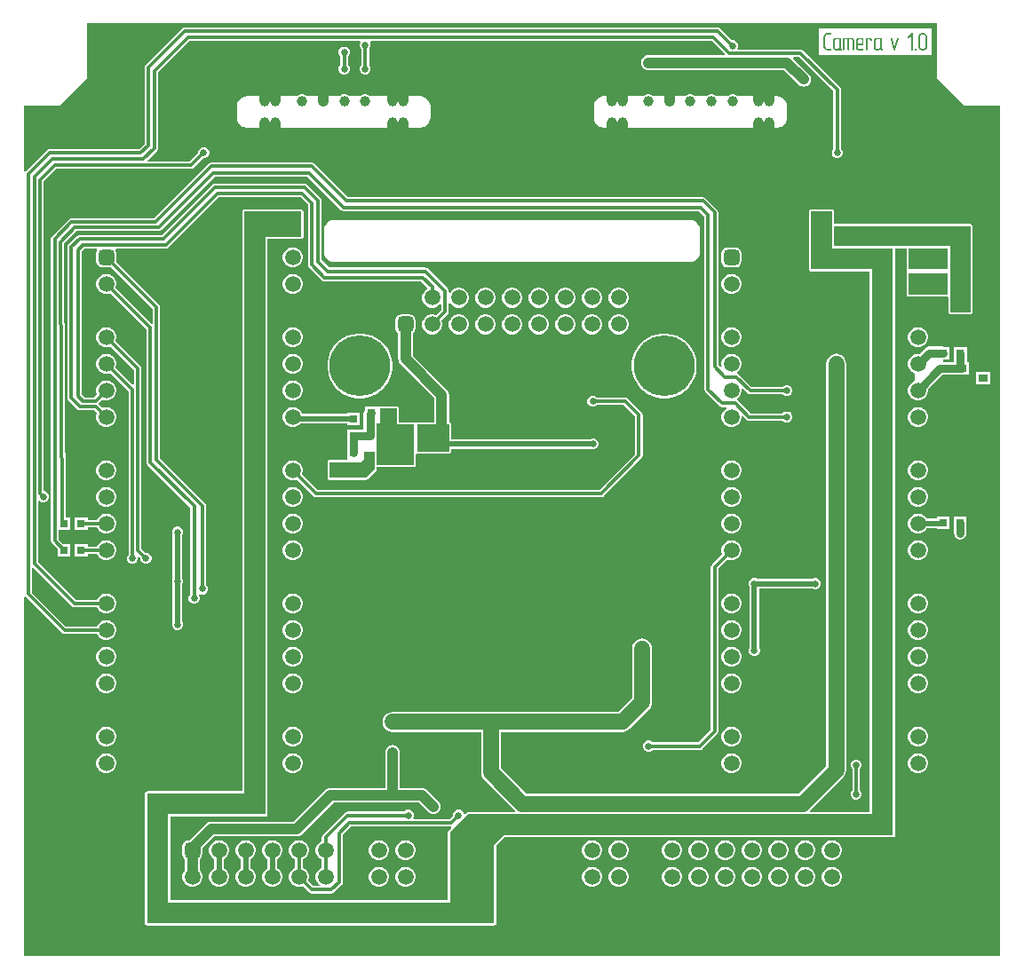
<source format=gtl>
G04*
G04 #@! TF.GenerationSoftware,Altium Limited,Altium Designer,22.1.2 (22)*
G04*
G04 Layer_Physical_Order=1*
G04 Layer_Color=255*
%FSAX44Y44*%
%MOMM*%
G71*
G04*
G04 #@! TF.SameCoordinates,FD085C4F-33D3-4CAD-8C95-339AC6E91DDF*
G04*
G04*
G04 #@! TF.FilePolarity,Positive*
G04*
G01*
G75*
%ADD13R,2.0000X2.5000*%
%ADD14R,0.8000X0.8000*%
%ADD15R,0.8000X0.8000*%
%ADD16R,0.6000X1.2000*%
G04:AMPARAMS|DCode=17|XSize=0.6mm|YSize=1.2mm|CornerRadius=0.15mm|HoleSize=0mm|Usage=FLASHONLY|Rotation=0.000|XOffset=0mm|YOffset=0mm|HoleType=Round|Shape=RoundedRectangle|*
%AMROUNDEDRECTD17*
21,1,0.6000,0.9000,0,0,0.0*
21,1,0.3000,1.2000,0,0,0.0*
1,1,0.3000,0.1500,-0.4500*
1,1,0.3000,-0.1500,-0.4500*
1,1,0.3000,-0.1500,0.4500*
1,1,0.3000,0.1500,0.4500*
%
%ADD17ROUNDEDRECTD17*%
%ADD18R,0.8000X1.4000*%
%ADD19R,0.9500X0.8000*%
%ADD20C,1.5000*%
G04:AMPARAMS|DCode=21|XSize=1.5mm|YSize=1.5mm|CornerRadius=0.375mm|HoleSize=0mm|Usage=FLASHONLY|Rotation=0.000|XOffset=0mm|YOffset=0mm|HoleType=Round|Shape=RoundedRectangle|*
%AMROUNDEDRECTD21*
21,1,1.5000,0.7500,0,0,0.0*
21,1,0.7500,1.5000,0,0,0.0*
1,1,0.7500,0.3750,-0.3750*
1,1,0.7500,-0.3750,-0.3750*
1,1,0.7500,-0.3750,0.3750*
1,1,0.7500,0.3750,0.3750*
%
%ADD21ROUNDEDRECTD21*%
%ADD22O,3.8000X2.9000*%
%ADD23C,1.0000*%
%ADD24C,1.0000*%
%ADD25C,0.3000*%
%ADD26C,0.3300*%
%ADD27C,0.8000*%
%ADD28C,0.5000*%
%ADD29C,1.5000*%
%ADD30C,0.4000*%
%ADD31C,0.6500*%
%ADD32C,5.8000*%
G36*
X00874902Y00894902D02*
X00874902Y00844000D01*
X00875290Y00842049D01*
X00876395Y00840395D01*
X00899395Y00817395D01*
X00901049Y00816290D01*
X00903000Y00815902D01*
X00934902D01*
X00934902Y00005098D01*
X00005098Y00005098D01*
X00005098Y00347254D01*
X00006368Y00347640D01*
X00006477Y00347477D01*
X00040777Y00313177D01*
X00041934Y00312403D01*
X00043300Y00312131D01*
X00074221D01*
X00074247Y00312033D01*
X00075498Y00309867D01*
X00077267Y00308098D01*
X00079433Y00306847D01*
X00081849Y00306200D01*
X00084351D01*
X00086767Y00306847D01*
X00088933Y00308098D01*
X00090702Y00309867D01*
X00091952Y00312033D01*
X00092600Y00314449D01*
Y00316951D01*
X00091952Y00319367D01*
X00090702Y00321533D01*
X00088933Y00323302D01*
X00086767Y00324553D01*
X00084351Y00325200D01*
X00081849D01*
X00079433Y00324553D01*
X00077267Y00323302D01*
X00075498Y00321533D01*
X00074247Y00319367D01*
X00074221Y00319269D01*
X00044778D01*
X00012569Y00351478D01*
Y00374725D01*
X00013742Y00375211D01*
X00050377Y00338577D01*
X00051534Y00337803D01*
X00052900Y00337531D01*
X00074221D01*
X00074247Y00337433D01*
X00075498Y00335267D01*
X00077267Y00333498D01*
X00079433Y00332247D01*
X00081849Y00331600D01*
X00084351D01*
X00086767Y00332247D01*
X00088933Y00333498D01*
X00090702Y00335267D01*
X00091952Y00337433D01*
X00092600Y00339849D01*
Y00342351D01*
X00091952Y00344767D01*
X00090702Y00346933D01*
X00088933Y00348702D01*
X00086767Y00349953D01*
X00084351Y00350600D01*
X00081849D01*
X00079433Y00349953D01*
X00077267Y00348702D01*
X00075498Y00346933D01*
X00074247Y00344767D01*
X00074221Y00344669D01*
X00054378D01*
X00018569Y00380478D01*
Y00438348D01*
X00019742Y00438834D01*
X00020026Y00438549D01*
X00021956Y00437750D01*
X00024044D01*
X00025974Y00438549D01*
X00027451Y00440026D01*
X00028250Y00441956D01*
Y00444044D01*
X00027451Y00445974D01*
X00025974Y00447451D01*
X00024044Y00448250D01*
X00023569D01*
Y00743522D01*
X00035478Y00755431D01*
X00164000D01*
X00165366Y00755703D01*
X00166523Y00756477D01*
X00175797Y00765750D01*
X00177044D01*
X00178974Y00766549D01*
X00180451Y00768026D01*
X00181250Y00769956D01*
Y00772044D01*
X00180451Y00773974D01*
X00178974Y00775451D01*
X00177044Y00776250D01*
X00174956D01*
X00173026Y00775451D01*
X00171549Y00773974D01*
X00170750Y00772044D01*
Y00770797D01*
X00162522Y00762569D01*
X00122789D01*
X00122303Y00763742D01*
X00131523Y00772962D01*
X00132297Y00774120D01*
X00132569Y00775485D01*
Y00847522D01*
X00162478Y00877431D01*
X00324597D01*
X00325316Y00876161D01*
X00324750Y00874794D01*
Y00872706D01*
X00325549Y00870776D01*
X00326278Y00870047D01*
Y00854703D01*
X00325549Y00853974D01*
X00324750Y00852044D01*
Y00849956D01*
X00325549Y00848026D01*
X00327026Y00846549D01*
X00328956Y00845750D01*
X00331044D01*
X00332974Y00846549D01*
X00334451Y00848026D01*
X00335250Y00849956D01*
Y00852044D01*
X00334451Y00853974D01*
X00333722Y00854703D01*
Y00870047D01*
X00334451Y00870776D01*
X00335250Y00872706D01*
Y00874794D01*
X00334684Y00876161D01*
X00335403Y00877431D01*
X00660522D01*
X00672720Y00865234D01*
X00672234Y00864060D01*
X00600000D01*
X00598173Y00863820D01*
X00596470Y00863114D01*
X00595008Y00861992D01*
X00593885Y00860530D01*
X00593180Y00858827D01*
X00592940Y00857000D01*
X00593180Y00855173D01*
X00593885Y00853470D01*
X00595008Y00852008D01*
X00596470Y00850885D01*
X00598173Y00850180D01*
X00600000Y00849940D01*
X00729075D01*
X00743008Y00836008D01*
X00744470Y00834885D01*
X00746173Y00834180D01*
X00748000Y00833940D01*
X00749827Y00834180D01*
X00751530Y00834885D01*
X00752992Y00836008D01*
X00754115Y00837470D01*
X00754820Y00839173D01*
X00755060Y00841000D01*
X00754820Y00842827D01*
X00754115Y00844530D01*
X00752992Y00845992D01*
X00737823Y00861161D01*
X00738350Y00862431D01*
X00743522D01*
X00776432Y00829522D01*
Y00774856D01*
X00775549Y00773974D01*
X00774750Y00772044D01*
Y00769956D01*
X00775549Y00768026D01*
X00777026Y00766549D01*
X00778956Y00765750D01*
X00781044D01*
X00782974Y00766549D01*
X00784451Y00768026D01*
X00785250Y00769956D01*
Y00772044D01*
X00784451Y00773974D01*
X00783569Y00774856D01*
Y00831000D01*
X00783297Y00832366D01*
X00782523Y00833523D01*
X00747523Y00868523D01*
X00746366Y00869297D01*
X00745000Y00869569D01*
X00685636D01*
X00684787Y00870839D01*
X00685250Y00871956D01*
Y00874044D01*
X00684451Y00875974D01*
X00682974Y00877451D01*
X00681044Y00878250D01*
X00679797D01*
X00668523Y00889523D01*
X00667366Y00890297D01*
X00666000Y00890569D01*
X00158000D01*
X00156634Y00890297D01*
X00155477Y00889523D01*
X00120477Y00854523D01*
X00119703Y00853366D01*
X00119431Y00852000D01*
Y00779449D01*
X00114551Y00774569D01*
X00029030D01*
X00027664Y00774297D01*
X00026506Y00773523D01*
X00006477Y00753494D01*
X00006368Y00753331D01*
X00005098Y00753716D01*
Y00815902D01*
X00037000Y00815902D01*
X00038951Y00816290D01*
X00040605Y00817395D01*
X00063605Y00840395D01*
X00064710Y00842049D01*
X00065098Y00844000D01*
Y00894902D01*
X00874902Y00894902D01*
D02*
G37*
%LPC*%
G36*
X00870375Y00889738D02*
X00762500D01*
Y00864262D01*
X00870375D01*
Y00889738D01*
D02*
G37*
G36*
X00311044Y00872250D02*
X00308956D01*
X00307026Y00871451D01*
X00305549Y00869974D01*
X00304750Y00868044D01*
Y00865956D01*
X00305549Y00864026D01*
X00306431Y00863144D01*
Y00854856D01*
X00305549Y00853974D01*
X00304750Y00852044D01*
Y00849956D01*
X00305549Y00848026D01*
X00307026Y00846549D01*
X00308956Y00845750D01*
X00311044D01*
X00312974Y00846549D01*
X00314451Y00848026D01*
X00315250Y00849956D01*
Y00852044D01*
X00314451Y00853974D01*
X00313569Y00854856D01*
Y00863144D01*
X00314451Y00864026D01*
X00315250Y00865956D01*
Y00868044D01*
X00314451Y00869974D01*
X00312974Y00871451D01*
X00311044Y00872250D01*
D02*
G37*
G36*
X00680922Y00827000D02*
X00679078D01*
X00677298Y00826523D01*
X00675702Y00825601D01*
X00675199Y00825098D01*
X00664801D01*
X00664298Y00825601D01*
X00662702Y00826523D01*
X00660922Y00827000D01*
X00659078D01*
X00657298Y00826523D01*
X00655702Y00825601D01*
X00655199Y00825098D01*
X00644801D01*
X00644298Y00825601D01*
X00642702Y00826523D01*
X00640922Y00827000D01*
X00639078D01*
X00637298Y00826523D01*
X00635702Y00825601D01*
X00635199Y00825098D01*
X00604801D01*
X00604298Y00825601D01*
X00602702Y00826523D01*
X00600922Y00827000D01*
X00599078D01*
X00597298Y00826523D01*
X00595702Y00825601D01*
X00595199Y00825098D01*
X00557005D01*
X00555055Y00824710D01*
X00553217Y00823949D01*
X00551563Y00822844D01*
X00550156Y00821437D01*
X00550156Y00821437D01*
X00549051Y00819783D01*
X00548290Y00817945D01*
X00547902Y00815994D01*
Y00815000D01*
X00547902Y00815000D01*
X00547902Y00804006D01*
X00548290Y00802055D01*
X00549051Y00800217D01*
X00550156Y00798563D01*
X00551563Y00797157D01*
X00551563Y00797156D01*
X00553217Y00796051D01*
X00555055Y00795290D01*
X00557005Y00794902D01*
X00558000D01*
X00558000Y00794902D01*
X00722000Y00794902D01*
X00722995D01*
X00724945Y00795290D01*
X00726783Y00796051D01*
X00728437Y00797156D01*
X00729844Y00798563D01*
X00730949Y00800217D01*
X00731710Y00802055D01*
X00732098Y00804005D01*
Y00805000D01*
X00732098Y00805000D01*
X00732098Y00815994D01*
X00731710Y00817945D01*
X00730949Y00819783D01*
X00729844Y00821437D01*
X00728437Y00822843D01*
X00726783Y00823949D01*
X00724945Y00824710D01*
X00722995Y00825098D01*
X00722000D01*
X00722000Y00825098D01*
X00684802D01*
X00684298Y00825601D01*
X00682702Y00826523D01*
X00680922Y00827000D01*
D02*
G37*
G36*
X00330922D02*
X00329078D01*
X00327298Y00826523D01*
X00325702Y00825601D01*
X00325199Y00825098D01*
X00314802D01*
X00314298Y00825601D01*
X00312702Y00826523D01*
X00310922Y00827000D01*
X00309078D01*
X00307298Y00826523D01*
X00305702Y00825601D01*
X00305198Y00825098D01*
X00274802D01*
X00274298Y00825601D01*
X00272702Y00826523D01*
X00270922Y00827000D01*
X00269078D01*
X00267298Y00826523D01*
X00265702Y00825601D01*
X00265198Y00825098D01*
X00217006D01*
X00215054Y00824710D01*
X00213217Y00823949D01*
X00211563Y00822844D01*
X00210156Y00821437D01*
X00210156Y00821437D01*
X00209051Y00819783D01*
X00208290Y00817945D01*
X00207902Y00815994D01*
Y00815000D01*
X00207902Y00815000D01*
X00207902Y00804005D01*
X00208290Y00802055D01*
X00209051Y00800217D01*
X00210156Y00798563D01*
X00211563Y00797156D01*
X00211563Y00797156D01*
X00213217Y00796051D01*
X00215055Y00795290D01*
X00217005Y00794902D01*
X00218000D01*
X00218000Y00794902D01*
X00382000Y00794902D01*
X00382994D01*
X00384945Y00795290D01*
X00386783Y00796051D01*
X00388437Y00797156D01*
X00389843Y00798563D01*
X00390949Y00800217D01*
X00391710Y00802055D01*
X00392098Y00804005D01*
Y00805000D01*
X00392098Y00805000D01*
X00392098Y00815994D01*
X00391710Y00817945D01*
X00390949Y00819783D01*
X00389844Y00821437D01*
X00388437Y00822843D01*
X00386783Y00823949D01*
X00384945Y00824710D01*
X00382995Y00825098D01*
X00382000D01*
X00382000Y00825098D01*
X00334801D01*
X00334298Y00825601D01*
X00332702Y00826523D01*
X00330922Y00827000D01*
D02*
G37*
G36*
X00639000Y00707098D02*
X00301000Y00707098D01*
X00300005D01*
X00298055Y00706710D01*
X00296217Y00705949D01*
X00294563Y00704844D01*
X00293156Y00703437D01*
X00293156Y00703437D01*
X00292051Y00701783D01*
X00291290Y00699945D01*
X00290902Y00697995D01*
Y00697000D01*
X00290902Y00697000D01*
X00290902Y00676005D01*
X00291290Y00674055D01*
X00292051Y00672217D01*
X00293156Y00670563D01*
X00294563Y00669156D01*
X00294563Y00669156D01*
X00296217Y00668051D01*
X00298055Y00667290D01*
X00300005Y00666902D01*
X00301000D01*
X00301000Y00666902D01*
X00639000Y00666902D01*
X00639995D01*
X00641945Y00667290D01*
X00643783Y00668051D01*
X00645437Y00669156D01*
X00646843Y00670563D01*
X00647949Y00672217D01*
X00648710Y00674054D01*
X00648710Y00674055D01*
X00648710Y00674055D01*
X00649098Y00676005D01*
X00649098Y00676005D01*
X00649098Y00676006D01*
X00649098Y00677000D01*
X00649098Y00677000D01*
X00649098Y00697995D01*
X00648710Y00699946D01*
X00647949Y00701783D01*
X00646843Y00703437D01*
X00645437Y00704844D01*
X00643783Y00705949D01*
X00641945Y00706710D01*
X00639995Y00707098D01*
X00639000D01*
X00639000Y00707098D01*
D02*
G37*
G36*
X00262151Y00680800D02*
X00259649D01*
X00257233Y00680153D01*
X00255067Y00678902D01*
X00253298Y00677133D01*
X00252047Y00674967D01*
X00251400Y00672551D01*
Y00670049D01*
X00252047Y00667633D01*
X00253298Y00665467D01*
X00255067Y00663698D01*
X00257233Y00662447D01*
X00259649Y00661800D01*
X00262151D01*
X00264567Y00662447D01*
X00266733Y00663698D01*
X00268502Y00665467D01*
X00269753Y00667633D01*
X00270400Y00670049D01*
Y00672551D01*
X00269753Y00674967D01*
X00268502Y00677133D01*
X00266733Y00678902D01*
X00264567Y00680153D01*
X00262151Y00680800D01*
D02*
G37*
G36*
X00682850Y00680913D02*
X00675350D01*
X00673107Y00680466D01*
X00671205Y00679195D01*
X00669934Y00677294D01*
X00669487Y00675050D01*
Y00667550D01*
X00669934Y00665306D01*
X00671205Y00663405D01*
X00673107Y00662134D01*
X00675350Y00661687D01*
X00682850D01*
X00685094Y00662134D01*
X00686995Y00663405D01*
X00688266Y00665306D01*
X00688713Y00667550D01*
Y00675050D01*
X00688266Y00677294D01*
X00686995Y00679195D01*
X00685094Y00680466D01*
X00682850Y00680913D01*
D02*
G37*
G36*
X00680351Y00655400D02*
X00677849D01*
X00675433Y00654753D01*
X00673267Y00653502D01*
X00671498Y00651733D01*
X00670247Y00649567D01*
X00669600Y00647151D01*
Y00644649D01*
X00670247Y00642233D01*
X00671498Y00640067D01*
X00673267Y00638298D01*
X00675433Y00637048D01*
X00677849Y00636400D01*
X00680351D01*
X00682767Y00637048D01*
X00684933Y00638298D01*
X00686702Y00640067D01*
X00687953Y00642233D01*
X00688600Y00644649D01*
Y00647151D01*
X00687953Y00649567D01*
X00686702Y00651733D01*
X00684933Y00653502D01*
X00682767Y00654753D01*
X00680351Y00655400D01*
D02*
G37*
G36*
X00262151Y00655400D02*
X00259649D01*
X00257233Y00654753D01*
X00255067Y00653502D01*
X00253298Y00651733D01*
X00252047Y00649567D01*
X00251400Y00647151D01*
Y00644649D01*
X00252047Y00642233D01*
X00253298Y00640067D01*
X00255067Y00638298D01*
X00257233Y00637047D01*
X00259649Y00636400D01*
X00262151D01*
X00264567Y00637047D01*
X00266733Y00638298D01*
X00268502Y00640067D01*
X00269753Y00642233D01*
X00270400Y00644649D01*
Y00647151D01*
X00269753Y00649567D01*
X00268502Y00651733D01*
X00266733Y00653502D01*
X00264567Y00654753D01*
X00262151Y00655400D01*
D02*
G37*
G36*
X00572851Y00642200D02*
X00570349D01*
X00567933Y00641553D01*
X00565767Y00640302D01*
X00563998Y00638533D01*
X00562747Y00636367D01*
X00562100Y00633951D01*
Y00631449D01*
X00562747Y00629033D01*
X00563998Y00626867D01*
X00565767Y00625098D01*
X00567933Y00623848D01*
X00570349Y00623200D01*
X00572851D01*
X00575267Y00623848D01*
X00577433Y00625098D01*
X00579202Y00626867D01*
X00580452Y00629033D01*
X00581100Y00631449D01*
Y00633951D01*
X00580452Y00636367D01*
X00579202Y00638533D01*
X00577433Y00640302D01*
X00575267Y00641553D01*
X00572851Y00642200D01*
D02*
G37*
G36*
X00547451D02*
X00544949D01*
X00542533Y00641553D01*
X00540367Y00640302D01*
X00538598Y00638533D01*
X00537347Y00636367D01*
X00536700Y00633951D01*
Y00631449D01*
X00537347Y00629033D01*
X00538598Y00626867D01*
X00540367Y00625098D01*
X00542533Y00623848D01*
X00544949Y00623200D01*
X00547451D01*
X00549867Y00623848D01*
X00552033Y00625098D01*
X00553802Y00626867D01*
X00555052Y00629033D01*
X00555700Y00631449D01*
Y00633951D01*
X00555052Y00636367D01*
X00553802Y00638533D01*
X00552033Y00640302D01*
X00549867Y00641553D01*
X00547451Y00642200D01*
D02*
G37*
G36*
X00522051D02*
X00519549D01*
X00517133Y00641553D01*
X00514967Y00640302D01*
X00513198Y00638533D01*
X00511947Y00636367D01*
X00511300Y00633951D01*
Y00631449D01*
X00511947Y00629033D01*
X00513198Y00626867D01*
X00514967Y00625098D01*
X00517133Y00623848D01*
X00519549Y00623200D01*
X00522051D01*
X00524467Y00623848D01*
X00526633Y00625098D01*
X00528402Y00626867D01*
X00529652Y00629033D01*
X00530300Y00631449D01*
Y00633951D01*
X00529652Y00636367D01*
X00528402Y00638533D01*
X00526633Y00640302D01*
X00524467Y00641553D01*
X00522051Y00642200D01*
D02*
G37*
G36*
X00496651D02*
X00494149D01*
X00491733Y00641553D01*
X00489567Y00640302D01*
X00487798Y00638533D01*
X00486547Y00636367D01*
X00485900Y00633951D01*
Y00631449D01*
X00486547Y00629033D01*
X00487798Y00626867D01*
X00489567Y00625098D01*
X00491733Y00623848D01*
X00494149Y00623200D01*
X00496651D01*
X00499067Y00623848D01*
X00501233Y00625098D01*
X00503002Y00626867D01*
X00504253Y00629033D01*
X00504900Y00631449D01*
Y00633951D01*
X00504253Y00636367D01*
X00503002Y00638533D01*
X00501233Y00640302D01*
X00499067Y00641553D01*
X00496651Y00642200D01*
D02*
G37*
G36*
X00471251D02*
X00468749D01*
X00466333Y00641553D01*
X00464167Y00640302D01*
X00462398Y00638533D01*
X00461147Y00636367D01*
X00460500Y00633951D01*
Y00631449D01*
X00461147Y00629033D01*
X00462398Y00626867D01*
X00464167Y00625098D01*
X00466333Y00623848D01*
X00468749Y00623200D01*
X00471251D01*
X00473667Y00623848D01*
X00475833Y00625098D01*
X00477602Y00626867D01*
X00478853Y00629033D01*
X00479500Y00631449D01*
Y00633951D01*
X00478853Y00636367D01*
X00477602Y00638533D01*
X00475833Y00640302D01*
X00473667Y00641553D01*
X00471251Y00642200D01*
D02*
G37*
G36*
X00445851D02*
X00443349D01*
X00440933Y00641553D01*
X00438767Y00640302D01*
X00436998Y00638533D01*
X00435747Y00636367D01*
X00435100Y00633951D01*
Y00631449D01*
X00435747Y00629033D01*
X00436998Y00626867D01*
X00438767Y00625098D01*
X00440933Y00623848D01*
X00443349Y00623200D01*
X00445851D01*
X00448267Y00623848D01*
X00450433Y00625098D01*
X00452202Y00626867D01*
X00453452Y00629033D01*
X00454100Y00631449D01*
Y00633951D01*
X00453452Y00636367D01*
X00452202Y00638533D01*
X00450433Y00640302D01*
X00448267Y00641553D01*
X00445851Y00642200D01*
D02*
G37*
G36*
X00272000Y00741721D02*
X00187000D01*
X00185576Y00741438D01*
X00184368Y00740631D01*
X00184368Y00740631D01*
X00136459Y00692721D01*
X00058000D01*
X00058000Y00692721D01*
X00056576Y00692438D01*
X00055368Y00691631D01*
X00047368Y00683632D01*
X00046562Y00682424D01*
X00046279Y00681000D01*
Y00537000D01*
X00046562Y00535576D01*
X00047368Y00534369D01*
X00055368Y00526368D01*
X00056576Y00525562D01*
X00058000Y00525279D01*
X00058000Y00525279D01*
X00071459D01*
X00074231Y00522506D01*
X00073600Y00520151D01*
Y00517649D01*
X00074247Y00515233D01*
X00075498Y00513067D01*
X00077267Y00511298D01*
X00079433Y00510047D01*
X00081849Y00509400D01*
X00084351D01*
X00086767Y00510047D01*
X00088933Y00511298D01*
X00090702Y00513067D01*
X00091952Y00515233D01*
X00092600Y00517649D01*
Y00520151D01*
X00091952Y00522567D01*
X00090702Y00524733D01*
X00088933Y00526502D01*
X00086767Y00527753D01*
X00084351Y00528400D01*
X00081849D01*
X00079494Y00527769D01*
X00075631Y00531632D01*
X00075618Y00531771D01*
X00079345Y00535498D01*
X00079433Y00535447D01*
X00081849Y00534800D01*
X00084351D01*
X00086767Y00535447D01*
X00088933Y00536698D01*
X00090702Y00538467D01*
X00091952Y00540633D01*
X00092600Y00543049D01*
Y00545551D01*
X00091952Y00547967D01*
X00090702Y00550133D01*
X00088933Y00551902D01*
X00086767Y00553153D01*
X00084351Y00553800D01*
X00081849D01*
X00079433Y00553153D01*
X00077267Y00551902D01*
X00075498Y00550133D01*
X00074247Y00547967D01*
X00073600Y00545551D01*
Y00543049D01*
X00074247Y00540633D01*
X00074298Y00540545D01*
X00071472Y00537719D01*
X00062328D01*
X00059569Y00540478D01*
Y00676522D01*
X00062478Y00679431D01*
X00073835D01*
X00074514Y00678161D01*
X00073934Y00677293D01*
X00073487Y00675050D01*
Y00667550D01*
X00073934Y00665306D01*
X00075205Y00663404D01*
X00077106Y00662134D01*
X00079350Y00661687D01*
X00086850D01*
X00087530Y00661823D01*
X00127431Y00621922D01*
Y00608275D01*
X00126258Y00607789D01*
X00091902Y00642145D01*
X00091952Y00642233D01*
X00092600Y00644649D01*
Y00647151D01*
X00091952Y00649567D01*
X00090702Y00651733D01*
X00088933Y00653502D01*
X00086767Y00654753D01*
X00084351Y00655400D01*
X00081849D01*
X00079433Y00654753D01*
X00077267Y00653502D01*
X00075498Y00651733D01*
X00074247Y00649567D01*
X00073600Y00647151D01*
Y00644649D01*
X00074247Y00642233D01*
X00075498Y00640067D01*
X00077267Y00638298D01*
X00079433Y00637047D01*
X00081849Y00636400D01*
X00084351D01*
X00086767Y00637047D01*
X00086855Y00637098D01*
X00121431Y00602522D01*
Y00476000D01*
X00121703Y00474634D01*
X00122477Y00473477D01*
X00163431Y00432522D01*
Y00349856D01*
X00162549Y00348974D01*
X00161750Y00347044D01*
Y00344956D01*
X00162549Y00343026D01*
X00164026Y00341549D01*
X00165956Y00340750D01*
X00168044D01*
X00169974Y00341549D01*
X00171451Y00343026D01*
X00172250Y00344956D01*
Y00347044D01*
X00171451Y00348974D01*
X00171193Y00349231D01*
X00171265Y00349594D01*
X00171318Y00349661D01*
X00172695Y00350272D01*
X00173956Y00349750D01*
X00176044D01*
X00177974Y00350549D01*
X00179451Y00352026D01*
X00180250Y00353956D01*
Y00356044D01*
X00179451Y00357974D01*
X00178569Y00358856D01*
Y00434000D01*
X00178297Y00435366D01*
X00177523Y00436523D01*
X00134569Y00479478D01*
Y00623400D01*
X00134297Y00624766D01*
X00133523Y00625923D01*
X00092577Y00666870D01*
X00092713Y00667550D01*
Y00675050D01*
X00092266Y00677293D01*
X00091686Y00678161D01*
X00092365Y00679431D01*
X00140000D01*
X00141366Y00679703D01*
X00142523Y00680477D01*
X00190478Y00728431D01*
X00268522D01*
X00275431Y00721522D01*
Y00664000D01*
X00275703Y00662634D01*
X00276477Y00661477D01*
X00288477Y00649477D01*
X00289634Y00648703D01*
X00291000Y00648431D01*
X00383522D01*
X00389373Y00642580D01*
X00389164Y00640993D01*
X00387967Y00640302D01*
X00386198Y00638533D01*
X00384947Y00636367D01*
X00384300Y00633951D01*
Y00631449D01*
X00384947Y00629033D01*
X00386198Y00626867D01*
X00387967Y00625098D01*
X00390133Y00623848D01*
X00392549Y00623200D01*
X00395051D01*
X00397467Y00623848D01*
X00399633Y00625098D01*
X00401008Y00626474D01*
X00402279Y00625948D01*
Y00621042D01*
X00397406Y00616169D01*
X00395051Y00616800D01*
X00392549D01*
X00390133Y00616153D01*
X00387967Y00614902D01*
X00386198Y00613133D01*
X00384947Y00610967D01*
X00384300Y00608551D01*
Y00606049D01*
X00384947Y00603633D01*
X00386198Y00601467D01*
X00387967Y00599698D01*
X00390133Y00598447D01*
X00392549Y00597800D01*
X00395051D01*
X00397467Y00598447D01*
X00399633Y00599698D01*
X00401402Y00601467D01*
X00402653Y00603633D01*
X00403300Y00606049D01*
Y00608551D01*
X00402669Y00610906D01*
X00408632Y00616869D01*
X00409438Y00618076D01*
X00409721Y00619500D01*
Y00627577D01*
X00410992Y00627918D01*
X00411598Y00626867D01*
X00413367Y00625098D01*
X00415533Y00623848D01*
X00417949Y00623200D01*
X00420451D01*
X00422867Y00623848D01*
X00425033Y00625098D01*
X00426802Y00626867D01*
X00428052Y00629033D01*
X00428700Y00631449D01*
Y00633951D01*
X00428052Y00636367D01*
X00426802Y00638533D01*
X00425033Y00640302D01*
X00422867Y00641553D01*
X00420451Y00642200D01*
X00417949D01*
X00415533Y00641553D01*
X00413367Y00640302D01*
X00411598Y00638533D01*
X00410992Y00637482D01*
X00409721Y00637823D01*
Y00639000D01*
X00409438Y00640424D01*
X00408632Y00641631D01*
X00389632Y00660631D01*
X00388424Y00661438D01*
X00387000Y00661721D01*
X00295541D01*
X00288722Y00668541D01*
Y00725000D01*
X00288438Y00726424D01*
X00287631Y00727632D01*
X00274632Y00740631D01*
X00273424Y00741438D01*
X00272000Y00741721D01*
D02*
G37*
G36*
X00547451Y00616800D02*
X00544949D01*
X00542533Y00616153D01*
X00540367Y00614902D01*
X00538598Y00613133D01*
X00537347Y00610967D01*
X00536700Y00608551D01*
Y00606049D01*
X00537347Y00603633D01*
X00538598Y00601467D01*
X00540367Y00599698D01*
X00542533Y00598447D01*
X00544949Y00597800D01*
X00547451D01*
X00549867Y00598447D01*
X00552033Y00599698D01*
X00553802Y00601467D01*
X00555052Y00603633D01*
X00555700Y00606049D01*
Y00608551D01*
X00555052Y00610967D01*
X00553802Y00613133D01*
X00552033Y00614902D01*
X00549867Y00616153D01*
X00547451Y00616800D01*
D02*
G37*
G36*
X00522051D02*
X00519549D01*
X00517133Y00616153D01*
X00514967Y00614902D01*
X00513198Y00613133D01*
X00511947Y00610967D01*
X00511300Y00608551D01*
Y00606049D01*
X00511947Y00603633D01*
X00513198Y00601467D01*
X00514967Y00599698D01*
X00517133Y00598447D01*
X00519549Y00597800D01*
X00522051D01*
X00524467Y00598447D01*
X00526633Y00599698D01*
X00528402Y00601467D01*
X00529652Y00603633D01*
X00530300Y00606049D01*
Y00608551D01*
X00529652Y00610967D01*
X00528402Y00613133D01*
X00526633Y00614902D01*
X00524467Y00616153D01*
X00522051Y00616800D01*
D02*
G37*
G36*
X00496651D02*
X00494149D01*
X00491733Y00616153D01*
X00489567Y00614902D01*
X00487798Y00613133D01*
X00486547Y00610967D01*
X00485900Y00608551D01*
Y00606049D01*
X00486547Y00603633D01*
X00487798Y00601467D01*
X00489567Y00599698D01*
X00491733Y00598447D01*
X00494149Y00597800D01*
X00496651D01*
X00499067Y00598447D01*
X00501233Y00599698D01*
X00503002Y00601467D01*
X00504253Y00603633D01*
X00504900Y00606049D01*
Y00608551D01*
X00504253Y00610967D01*
X00503002Y00613133D01*
X00501233Y00614902D01*
X00499067Y00616153D01*
X00496651Y00616800D01*
D02*
G37*
G36*
X00445851D02*
X00443349D01*
X00440933Y00616153D01*
X00438767Y00614902D01*
X00436998Y00613133D01*
X00435747Y00610967D01*
X00435100Y00608551D01*
Y00606049D01*
X00435747Y00603633D01*
X00436998Y00601467D01*
X00438767Y00599698D01*
X00440933Y00598447D01*
X00443349Y00597800D01*
X00445851D01*
X00448267Y00598447D01*
X00450433Y00599698D01*
X00452202Y00601467D01*
X00453452Y00603633D01*
X00454100Y00606049D01*
Y00608551D01*
X00453452Y00610967D01*
X00452202Y00613133D01*
X00450433Y00614902D01*
X00448267Y00616153D01*
X00445851Y00616800D01*
D02*
G37*
G36*
X00420451D02*
X00417949D01*
X00415533Y00616153D01*
X00413367Y00614902D01*
X00411598Y00613133D01*
X00410347Y00610967D01*
X00409700Y00608551D01*
Y00606049D01*
X00410347Y00603633D01*
X00411598Y00601467D01*
X00413367Y00599698D01*
X00415533Y00598447D01*
X00417949Y00597800D01*
X00420451D01*
X00422867Y00598447D01*
X00425033Y00599698D01*
X00426802Y00601467D01*
X00428052Y00603633D01*
X00428700Y00606049D01*
Y00608551D01*
X00428052Y00610967D01*
X00426802Y00613133D01*
X00425033Y00614902D01*
X00422867Y00616153D01*
X00420451Y00616800D01*
D02*
G37*
G36*
X00572851Y00616800D02*
X00570349D01*
X00567933Y00616153D01*
X00565767Y00614902D01*
X00563998Y00613133D01*
X00562747Y00610967D01*
X00562100Y00608551D01*
Y00606049D01*
X00562747Y00603633D01*
X00563998Y00601467D01*
X00565767Y00599698D01*
X00567933Y00598447D01*
X00570349Y00597800D01*
X00572851D01*
X00575267Y00598447D01*
X00577433Y00599698D01*
X00579202Y00601467D01*
X00580452Y00603633D01*
X00581100Y00606049D01*
Y00608551D01*
X00580452Y00610967D01*
X00579202Y00613133D01*
X00577433Y00614902D01*
X00575267Y00616153D01*
X00572851Y00616800D01*
D02*
G37*
G36*
X00471251D02*
X00468749D01*
X00466333Y00616153D01*
X00464167Y00614902D01*
X00462398Y00613133D01*
X00461147Y00610967D01*
X00460500Y00608551D01*
Y00606049D01*
X00461147Y00603633D01*
X00462398Y00601467D01*
X00464167Y00599698D01*
X00466333Y00598447D01*
X00468749Y00597800D01*
X00471251D01*
X00473667Y00598447D01*
X00475833Y00599698D01*
X00477602Y00601467D01*
X00478853Y00603633D01*
X00479500Y00606049D01*
Y00608551D01*
X00478853Y00610967D01*
X00477602Y00613133D01*
X00475833Y00614902D01*
X00473667Y00616153D01*
X00471251Y00616800D01*
D02*
G37*
G36*
X00858151Y00604600D02*
X00855649D01*
X00853233Y00603953D01*
X00851067Y00602702D01*
X00849298Y00600933D01*
X00848047Y00598767D01*
X00847400Y00596351D01*
Y00593849D01*
X00848047Y00591433D01*
X00849298Y00589267D01*
X00851067Y00587498D01*
X00853233Y00586247D01*
X00855649Y00585600D01*
X00858151D01*
X00860567Y00586247D01*
X00862733Y00587498D01*
X00864502Y00589267D01*
X00865753Y00591433D01*
X00866400Y00593849D01*
Y00596351D01*
X00865753Y00598767D01*
X00864502Y00600933D01*
X00862733Y00602702D01*
X00860567Y00603953D01*
X00858151Y00604600D01*
D02*
G37*
G36*
X00680351Y00604600D02*
X00677849D01*
X00675433Y00603953D01*
X00673267Y00602702D01*
X00671498Y00600933D01*
X00670247Y00598767D01*
X00669600Y00596351D01*
Y00593849D01*
X00670247Y00591433D01*
X00671498Y00589267D01*
X00673267Y00587498D01*
X00675433Y00586247D01*
X00677849Y00585600D01*
X00680351D01*
X00682767Y00586247D01*
X00684933Y00587498D01*
X00686702Y00589267D01*
X00687953Y00591433D01*
X00688600Y00593849D01*
Y00596351D01*
X00687953Y00598767D01*
X00686702Y00600933D01*
X00684933Y00602702D01*
X00682767Y00603953D01*
X00680351Y00604600D01*
D02*
G37*
G36*
X00262151Y00604600D02*
X00259649D01*
X00257233Y00603953D01*
X00255067Y00602702D01*
X00253298Y00600933D01*
X00252047Y00598767D01*
X00251400Y00596351D01*
Y00593849D01*
X00252047Y00591433D01*
X00253298Y00589267D01*
X00255067Y00587498D01*
X00257233Y00586247D01*
X00259649Y00585600D01*
X00262151D01*
X00264567Y00586247D01*
X00266733Y00587498D01*
X00268502Y00589267D01*
X00269753Y00591433D01*
X00270400Y00593849D01*
Y00596351D01*
X00269753Y00598767D01*
X00268502Y00600933D01*
X00266733Y00602702D01*
X00264567Y00603953D01*
X00262151Y00604600D01*
D02*
G37*
G36*
X00897500Y00586118D02*
X00896909Y00586000D01*
X00891500D01*
Y00580591D01*
X00891382Y00580000D01*
Y00571401D01*
X00881000D01*
Y00573882D01*
X00881591Y00574000D01*
X00887000D01*
Y00579409D01*
X00887117Y00580000D01*
X00887000Y00580591D01*
Y00586000D01*
X00881591D01*
X00881000Y00586118D01*
X00867200D01*
X00864859Y00585652D01*
X00862874Y00584326D01*
X00857748Y00579200D01*
X00855649D01*
X00853233Y00578553D01*
X00851067Y00577302D01*
X00849298Y00575533D01*
X00848047Y00573367D01*
X00847400Y00570951D01*
Y00568449D01*
X00848047Y00566033D01*
X00849298Y00563867D01*
X00851067Y00562098D01*
X00853233Y00560848D01*
X00854000Y00560642D01*
Y00553358D01*
X00853233Y00553153D01*
X00851067Y00551902D01*
X00849298Y00550133D01*
X00848047Y00547967D01*
X00847400Y00545551D01*
Y00543049D01*
X00848047Y00540633D01*
X00849298Y00538467D01*
X00851067Y00536698D01*
X00853233Y00535448D01*
X00855649Y00534800D01*
X00858151D01*
X00860567Y00535448D01*
X00862733Y00536698D01*
X00864502Y00538467D01*
X00865753Y00540633D01*
X00866400Y00543049D01*
Y00545149D01*
X00880418Y00559166D01*
X00898784D01*
X00900462Y00559500D01*
X00905750D01*
Y00571500D01*
X00903617D01*
Y00580000D01*
X00903500Y00580591D01*
Y00586000D01*
X00898091D01*
X00897500Y00586118D01*
D02*
G37*
G36*
X00262151Y00579200D02*
X00259649D01*
X00257233Y00578553D01*
X00255067Y00577302D01*
X00253298Y00575533D01*
X00252047Y00573367D01*
X00251400Y00570951D01*
Y00568449D01*
X00252047Y00566033D01*
X00253298Y00563867D01*
X00255067Y00562098D01*
X00257233Y00560847D01*
X00259649Y00560200D01*
X00262151D01*
X00264567Y00560847D01*
X00266733Y00562098D01*
X00268502Y00563867D01*
X00269753Y00566033D01*
X00270400Y00568449D01*
Y00570951D01*
X00269753Y00573367D01*
X00268502Y00575533D01*
X00266733Y00577302D01*
X00264567Y00578553D01*
X00262151Y00579200D01*
D02*
G37*
G36*
X00925750Y00562000D02*
X00912250D01*
Y00550000D01*
X00925750D01*
Y00562000D01*
D02*
G37*
G36*
X00084351Y00604600D02*
X00081849D01*
X00079433Y00603953D01*
X00077267Y00602702D01*
X00075498Y00600933D01*
X00074247Y00598767D01*
X00073600Y00596351D01*
Y00593849D01*
X00074247Y00591433D01*
X00075498Y00589267D01*
X00077267Y00587498D01*
X00079433Y00586247D01*
X00081849Y00585600D01*
X00084351D01*
X00086767Y00586247D01*
X00086855Y00586298D01*
X00109431Y00563722D01*
Y00550075D01*
X00108258Y00549589D01*
X00091902Y00565945D01*
X00091952Y00566033D01*
X00092600Y00568449D01*
Y00570951D01*
X00091952Y00573367D01*
X00090702Y00575533D01*
X00088933Y00577302D01*
X00086767Y00578553D01*
X00084351Y00579200D01*
X00081849D01*
X00079433Y00578553D01*
X00077267Y00577302D01*
X00075498Y00575533D01*
X00074247Y00573367D01*
X00073600Y00570951D01*
Y00568449D01*
X00074247Y00566033D01*
X00075498Y00563867D01*
X00077267Y00562098D01*
X00079433Y00560847D01*
X00081849Y00560200D01*
X00084351D01*
X00086767Y00560847D01*
X00086855Y00560898D01*
X00104431Y00543322D01*
Y00387856D01*
X00103549Y00386974D01*
X00102750Y00385044D01*
Y00382956D01*
X00103549Y00381026D01*
X00105026Y00379549D01*
X00106956Y00378750D01*
X00109044D01*
X00110974Y00379549D01*
X00112451Y00381026D01*
X00113250Y00382956D01*
Y00384907D01*
X00113600Y00385189D01*
X00114423Y00385530D01*
X00115750Y00384203D01*
Y00382956D01*
X00116549Y00381026D01*
X00118026Y00379549D01*
X00119956Y00378750D01*
X00122044D01*
X00123974Y00379549D01*
X00125451Y00381026D01*
X00126250Y00382956D01*
Y00385044D01*
X00125451Y00386974D01*
X00123974Y00388451D01*
X00122044Y00389250D01*
X00120797D01*
X00116569Y00393478D01*
Y00546871D01*
Y00565200D01*
X00116297Y00566566D01*
X00115523Y00567723D01*
X00091902Y00591345D01*
X00091952Y00591433D01*
X00092600Y00593849D01*
Y00596351D01*
X00091952Y00598767D01*
X00090702Y00600933D01*
X00088933Y00602702D01*
X00086767Y00603953D01*
X00084351Y00604600D01*
D02*
G37*
G36*
X00279000Y00761569D02*
X00183000D01*
X00181634Y00761297D01*
X00180477Y00760523D01*
X00128522Y00708569D01*
X00050000D01*
X00048634Y00708297D01*
X00047477Y00707523D01*
X00031477Y00691523D01*
X00030703Y00690366D01*
X00030431Y00689000D01*
Y00400750D01*
X00030703Y00399384D01*
X00031477Y00398227D01*
X00036750Y00392953D01*
Y00386000D01*
X00048750D01*
Y00398000D01*
X00041797D01*
X00037569Y00402228D01*
Y00411000D01*
X00048750D01*
Y00423000D01*
X00044225D01*
X00042569Y00671014D01*
Y00684522D01*
X00054478Y00696431D01*
X00133000D01*
X00134366Y00696703D01*
X00135523Y00697477D01*
X00186478Y00748431D01*
X00275037D01*
X00306991Y00716477D01*
X00308149Y00715703D01*
X00309515Y00715431D01*
X00648036Y00715431D01*
X00653431Y00710036D01*
Y00545000D01*
X00653703Y00543634D01*
X00654477Y00542477D01*
X00667477Y00529477D01*
X00668634Y00528703D01*
X00670000Y00528431D01*
X00674069D01*
X00674409Y00527161D01*
X00673267Y00526502D01*
X00671498Y00524733D01*
X00670247Y00522567D01*
X00669600Y00520151D01*
Y00517649D01*
X00670247Y00515233D01*
X00671498Y00513067D01*
X00673267Y00511298D01*
X00675433Y00510047D01*
X00677849Y00509400D01*
X00680351D01*
X00682767Y00510047D01*
X00684933Y00511298D01*
X00686702Y00513067D01*
X00687953Y00515233D01*
X00688600Y00517649D01*
Y00519557D01*
X00689870Y00520083D01*
X00693477Y00516477D01*
X00694634Y00515703D01*
X00696000Y00515431D01*
X00728144D01*
X00729026Y00514549D01*
X00730956Y00513750D01*
X00733044D01*
X00734974Y00514549D01*
X00736451Y00516026D01*
X00737250Y00517956D01*
Y00520044D01*
X00736451Y00521974D01*
X00734974Y00523451D01*
X00733044Y00524250D01*
X00730956D01*
X00729026Y00523451D01*
X00728144Y00522569D01*
X00697478D01*
X00685523Y00534523D01*
X00684681Y00535086D01*
X00684557Y00536167D01*
X00684637Y00536527D01*
X00684933Y00536698D01*
X00686702Y00538467D01*
X00687953Y00540633D01*
X00688600Y00543049D01*
Y00545551D01*
X00688598Y00545560D01*
X00689736Y00546217D01*
X00694477Y00541477D01*
X00695634Y00540703D01*
X00697000Y00540431D01*
X00728144D01*
X00729026Y00539549D01*
X00730956Y00538750D01*
X00733044D01*
X00734974Y00539549D01*
X00736451Y00541026D01*
X00737250Y00542956D01*
Y00545044D01*
X00736451Y00546974D01*
X00734974Y00548451D01*
X00733044Y00549250D01*
X00730956D01*
X00729026Y00548451D01*
X00728144Y00547569D01*
X00698478D01*
X00686523Y00559523D01*
X00685366Y00560297D01*
X00684613Y00560447D01*
X00684392Y00561786D01*
X00684933Y00562098D01*
X00686702Y00563867D01*
X00687953Y00566033D01*
X00688600Y00568449D01*
Y00570951D01*
X00687953Y00573367D01*
X00686702Y00575533D01*
X00684933Y00577302D01*
X00682767Y00578553D01*
X00680351Y00579200D01*
X00677849D01*
X00675433Y00578553D01*
X00673267Y00577302D01*
X00671498Y00575533D01*
X00670247Y00573367D01*
X00669600Y00570951D01*
Y00568449D01*
X00670042Y00566801D01*
X00668903Y00566144D01*
X00666569Y00568478D01*
Y00714000D01*
X00666297Y00715366D01*
X00665523Y00716523D01*
X00654523Y00727523D01*
X00653366Y00728297D01*
X00652000Y00728568D01*
X00313478Y00728569D01*
X00281523Y00760523D01*
X00280366Y00761297D01*
X00279000Y00761569D01*
D02*
G37*
G36*
X00617440Y00598700D02*
X00612560D01*
X00607741Y00597937D01*
X00603100Y00596429D01*
X00598752Y00594214D01*
X00594805Y00591345D01*
X00591354Y00587895D01*
X00588486Y00583948D01*
X00586271Y00579600D01*
X00584763Y00574959D01*
X00584000Y00570140D01*
Y00565260D01*
X00584763Y00560441D01*
X00586271Y00555800D01*
X00588486Y00551452D01*
X00591354Y00547505D01*
X00594805Y00544055D01*
X00598752Y00541186D01*
X00603100Y00538971D01*
X00607741Y00537463D01*
X00612560Y00536700D01*
X00617440D01*
X00622259Y00537463D01*
X00626900Y00538971D01*
X00631247Y00541186D01*
X00635195Y00544055D01*
X00638645Y00547505D01*
X00641514Y00551452D01*
X00643729Y00555800D01*
X00645237Y00560441D01*
X00646000Y00565260D01*
Y00570140D01*
X00645237Y00574959D01*
X00643729Y00579600D01*
X00641514Y00583948D01*
X00638645Y00587895D01*
X00635195Y00591345D01*
X00631247Y00594214D01*
X00626900Y00596429D01*
X00622259Y00597937D01*
X00617440Y00598700D01*
D02*
G37*
G36*
X00327440D02*
X00322560D01*
X00317741Y00597937D01*
X00313100Y00596429D01*
X00308752Y00594214D01*
X00304805Y00591345D01*
X00301355Y00587895D01*
X00298486Y00583948D01*
X00296271Y00579600D01*
X00294763Y00574959D01*
X00294000Y00570140D01*
Y00565260D01*
X00294763Y00560441D01*
X00296271Y00555800D01*
X00298486Y00551452D01*
X00301355Y00547505D01*
X00304805Y00544055D01*
X00308752Y00541186D01*
X00313100Y00538971D01*
X00317741Y00537463D01*
X00322560Y00536700D01*
X00327440D01*
X00332259Y00537463D01*
X00336900Y00538971D01*
X00341247Y00541186D01*
X00345195Y00544055D01*
X00348645Y00547505D01*
X00351513Y00551452D01*
X00353729Y00555800D01*
X00355237Y00560441D01*
X00356000Y00565260D01*
Y00570140D01*
X00355237Y00574959D01*
X00353729Y00579600D01*
X00351513Y00583948D01*
X00348645Y00587895D01*
X00345195Y00591345D01*
X00341247Y00594214D01*
X00336900Y00596429D01*
X00332259Y00597937D01*
X00327440Y00598700D01*
D02*
G37*
G36*
X00262151Y00553800D02*
X00259649D01*
X00257233Y00553153D01*
X00255067Y00551902D01*
X00253298Y00550133D01*
X00252047Y00547967D01*
X00251400Y00545551D01*
Y00543049D01*
X00252047Y00540633D01*
X00253298Y00538467D01*
X00255067Y00536698D01*
X00257233Y00535447D01*
X00259649Y00534800D01*
X00262151D01*
X00264567Y00535447D01*
X00266733Y00536698D01*
X00268502Y00538467D01*
X00269753Y00540633D01*
X00270400Y00543049D01*
Y00545551D01*
X00269753Y00547967D01*
X00268502Y00550133D01*
X00266733Y00551902D01*
X00264567Y00553153D01*
X00262151Y00553800D01*
D02*
G37*
G36*
X00372150Y00616913D02*
X00364650D01*
X00362406Y00616466D01*
X00360504Y00615196D01*
X00359234Y00613293D01*
X00358787Y00611050D01*
Y00603550D01*
X00359234Y00601306D01*
X00360504Y00599404D01*
X00361340Y00598847D01*
Y00574600D01*
X00361580Y00572773D01*
X00362285Y00571070D01*
X00363408Y00569608D01*
X00395940Y00537076D01*
Y00514039D01*
X00380000D01*
X00379220Y00513884D01*
X00378558Y00513442D01*
X00377442D01*
X00376780Y00513884D01*
X00376000Y00514039D01*
X00362039D01*
Y00527000D01*
X00361884Y00527780D01*
X00361442Y00528442D01*
X00360780Y00528884D01*
X00360000Y00529039D01*
X00344000D01*
X00343220Y00528884D01*
X00343020Y00528751D01*
X00341750Y00529000D01*
Y00529000D01*
X00336341D01*
X00335750Y00529118D01*
X00335159Y00529000D01*
X00329750D01*
Y00525441D01*
X00328848Y00524091D01*
X00328382Y00521750D01*
Y00506868D01*
X00319000D01*
X00318409Y00506750D01*
X00313000D01*
Y00501341D01*
X00312882Y00500750D01*
Y00485250D01*
X00313000Y00484659D01*
Y00479309D01*
X00312857Y00478039D01*
X00296000Y00478039D01*
X00295220Y00477884D01*
X00294558Y00477442D01*
X00294116Y00476780D01*
X00293961Y00476000D01*
Y00461000D01*
X00294116Y00460220D01*
X00294558Y00459558D01*
X00295220Y00459116D01*
X00296000Y00458961D01*
X00331000D01*
X00331000Y00458961D01*
X00331780Y00459116D01*
X00332442Y00459558D01*
X00332442Y00459558D01*
X00340442Y00467558D01*
X00340884Y00468220D01*
X00341039Y00469000D01*
Y00470961D01*
X00376000D01*
X00376780Y00471116D01*
X00377442Y00471558D01*
X00377884Y00472220D01*
X00378039Y00473000D01*
Y00483377D01*
X00379181Y00484092D01*
X00379309Y00484098D01*
X00380000Y00483961D01*
X00410000D01*
X00410780Y00484116D01*
X00411442Y00484558D01*
X00411884Y00485220D01*
X00412039Y00486000D01*
Y00488662D01*
X00544608Y00488662D01*
X00546206Y00488000D01*
X00548294D01*
X00550224Y00488799D01*
X00551701Y00490276D01*
X00552500Y00492206D01*
Y00494294D01*
X00551701Y00496224D01*
X00550224Y00497701D01*
X00548294Y00498500D01*
X00546206D01*
X00544608Y00497838D01*
X00412039Y00497838D01*
Y00512000D01*
X00411884Y00512780D01*
X00411442Y00513442D01*
X00410780Y00513884D01*
X00410060Y00514027D01*
Y00540000D01*
X00409820Y00541827D01*
X00409114Y00543530D01*
X00407993Y00544992D01*
X00375460Y00577525D01*
Y00598847D01*
X00376295Y00599404D01*
X00377566Y00601306D01*
X00378013Y00603550D01*
Y00611050D01*
X00377566Y00613293D01*
X00376295Y00615196D01*
X00374394Y00616466D01*
X00372150Y00616913D01*
D02*
G37*
G36*
X00262151Y00528400D02*
X00259649D01*
X00257233Y00527753D01*
X00255067Y00526502D01*
X00253298Y00524733D01*
X00252047Y00522567D01*
X00251400Y00520151D01*
Y00517649D01*
X00252047Y00515233D01*
X00253298Y00513067D01*
X00255067Y00511298D01*
X00257233Y00510047D01*
X00259649Y00509400D01*
X00262151D01*
X00264567Y00510047D01*
X00266733Y00511298D01*
X00268097Y00512662D01*
X00313000D01*
Y00511250D01*
X00325000D01*
Y00523250D01*
X00313000D01*
Y00521838D01*
X00269948D01*
X00269753Y00522567D01*
X00268502Y00524733D01*
X00266733Y00526502D01*
X00264567Y00527753D01*
X00262151Y00528400D01*
D02*
G37*
G36*
X00858151D02*
X00855649D01*
X00853233Y00527753D01*
X00851067Y00526502D01*
X00849298Y00524733D01*
X00848047Y00522567D01*
X00847400Y00520151D01*
Y00517649D01*
X00848047Y00515233D01*
X00849298Y00513067D01*
X00851067Y00511298D01*
X00853233Y00510047D01*
X00855649Y00509400D01*
X00858151D01*
X00860567Y00510047D01*
X00862733Y00511298D01*
X00864502Y00513067D01*
X00865753Y00515233D01*
X00866400Y00517649D01*
Y00520151D01*
X00865753Y00522567D01*
X00864502Y00524733D01*
X00862733Y00526502D01*
X00860567Y00527753D01*
X00858151Y00528400D01*
D02*
G37*
G36*
X00858151Y00477600D02*
X00855649D01*
X00853233Y00476953D01*
X00851067Y00475702D01*
X00849298Y00473933D01*
X00848047Y00471767D01*
X00847400Y00469351D01*
Y00466849D01*
X00848047Y00464433D01*
X00849298Y00462267D01*
X00851067Y00460498D01*
X00853233Y00459248D01*
X00855649Y00458600D01*
X00858151D01*
X00860567Y00459248D01*
X00862733Y00460498D01*
X00864502Y00462267D01*
X00865753Y00464433D01*
X00866400Y00466849D01*
Y00469351D01*
X00865753Y00471767D01*
X00864502Y00473933D01*
X00862733Y00475702D01*
X00860567Y00476953D01*
X00858151Y00477600D01*
D02*
G37*
G36*
X00680351D02*
X00677849D01*
X00675433Y00476953D01*
X00673267Y00475702D01*
X00671498Y00473933D01*
X00670247Y00471767D01*
X00669600Y00469351D01*
Y00466849D01*
X00670247Y00464433D01*
X00671498Y00462267D01*
X00673267Y00460498D01*
X00675433Y00459248D01*
X00677849Y00458600D01*
X00680351D01*
X00682767Y00459248D01*
X00684933Y00460498D01*
X00686702Y00462267D01*
X00687953Y00464433D01*
X00688600Y00466849D01*
Y00469351D01*
X00687953Y00471767D01*
X00686702Y00473933D01*
X00684933Y00475702D01*
X00682767Y00476953D01*
X00680351Y00477600D01*
D02*
G37*
G36*
X00084351Y00477600D02*
X00081849D01*
X00079433Y00476953D01*
X00077267Y00475702D01*
X00075498Y00473933D01*
X00074247Y00471767D01*
X00073600Y00469351D01*
Y00466849D01*
X00074247Y00464433D01*
X00075498Y00462267D01*
X00077267Y00460498D01*
X00079433Y00459247D01*
X00081849Y00458600D01*
X00084351D01*
X00086767Y00459247D01*
X00088933Y00460498D01*
X00090702Y00462267D01*
X00091952Y00464433D01*
X00092600Y00466849D01*
Y00469351D01*
X00091952Y00471767D01*
X00090702Y00473933D01*
X00088933Y00475702D01*
X00086767Y00476953D01*
X00084351Y00477600D01*
D02*
G37*
G36*
X00548044Y00539250D02*
X00545956D01*
X00544026Y00538451D01*
X00542549Y00536974D01*
X00541750Y00535044D01*
Y00532956D01*
X00542549Y00531026D01*
X00544026Y00529549D01*
X00545956Y00528750D01*
X00548044D01*
X00549974Y00529549D01*
X00550856Y00530432D01*
X00576522D01*
X00587431Y00519522D01*
Y00483478D01*
X00553522Y00449569D01*
X00284478D01*
X00269702Y00464345D01*
X00269753Y00464433D01*
X00270400Y00466849D01*
Y00469351D01*
X00269753Y00471767D01*
X00268502Y00473933D01*
X00266733Y00475702D01*
X00264567Y00476953D01*
X00262151Y00477600D01*
X00259649D01*
X00257233Y00476953D01*
X00255067Y00475702D01*
X00253298Y00473933D01*
X00252047Y00471767D01*
X00251400Y00469351D01*
Y00466849D01*
X00252047Y00464433D01*
X00253298Y00462267D01*
X00255067Y00460498D01*
X00257233Y00459247D01*
X00259649Y00458600D01*
X00262151D01*
X00264567Y00459247D01*
X00264655Y00459298D01*
X00280477Y00443477D01*
X00281634Y00442703D01*
X00283000Y00442431D01*
X00555000D01*
X00556366Y00442703D01*
X00557523Y00443477D01*
X00593523Y00479477D01*
X00594297Y00480634D01*
X00594569Y00482000D01*
Y00521000D01*
X00594297Y00522366D01*
X00593523Y00523523D01*
X00580523Y00536523D01*
X00579366Y00537297D01*
X00578000Y00537569D01*
X00550856D01*
X00549974Y00538451D01*
X00548044Y00539250D01*
D02*
G37*
G36*
X00680351Y00452200D02*
X00677849D01*
X00675433Y00451553D01*
X00673267Y00450302D01*
X00671498Y00448533D01*
X00670247Y00446367D01*
X00669600Y00443951D01*
Y00441449D01*
X00670247Y00439033D01*
X00671498Y00436867D01*
X00673267Y00435098D01*
X00675433Y00433848D01*
X00677849Y00433200D01*
X00680351D01*
X00682767Y00433848D01*
X00684933Y00435098D01*
X00686702Y00436867D01*
X00687953Y00439033D01*
X00688600Y00441449D01*
Y00443951D01*
X00687953Y00446367D01*
X00686702Y00448533D01*
X00684933Y00450302D01*
X00682767Y00451553D01*
X00680351Y00452200D01*
D02*
G37*
G36*
X00858151Y00452200D02*
X00855649D01*
X00853233Y00451553D01*
X00851067Y00450302D01*
X00849298Y00448533D01*
X00848047Y00446367D01*
X00847400Y00443951D01*
Y00441449D01*
X00848047Y00439033D01*
X00849298Y00436867D01*
X00851067Y00435098D01*
X00853233Y00433848D01*
X00855649Y00433200D01*
X00858151D01*
X00860567Y00433848D01*
X00862733Y00435098D01*
X00864502Y00436867D01*
X00865753Y00439033D01*
X00866400Y00441449D01*
Y00443951D01*
X00865753Y00446367D01*
X00864502Y00448533D01*
X00862733Y00450302D01*
X00860567Y00451553D01*
X00858151Y00452200D01*
D02*
G37*
G36*
X00262151Y00452200D02*
X00259649D01*
X00257233Y00451553D01*
X00255067Y00450302D01*
X00253298Y00448533D01*
X00252047Y00446367D01*
X00251400Y00443951D01*
Y00441449D01*
X00252047Y00439033D01*
X00253298Y00436867D01*
X00255067Y00435098D01*
X00257233Y00433847D01*
X00259649Y00433200D01*
X00262151D01*
X00264567Y00433847D01*
X00266733Y00435098D01*
X00268502Y00436867D01*
X00269753Y00439033D01*
X00270400Y00441449D01*
Y00443951D01*
X00269753Y00446367D01*
X00268502Y00448533D01*
X00266733Y00450302D01*
X00264567Y00451553D01*
X00262151Y00452200D01*
D02*
G37*
G36*
X00084351D02*
X00081849D01*
X00079433Y00451553D01*
X00077267Y00450302D01*
X00075498Y00448533D01*
X00074247Y00446367D01*
X00073600Y00443951D01*
Y00441449D01*
X00074247Y00439033D01*
X00075498Y00436867D01*
X00077267Y00435098D01*
X00079433Y00433847D01*
X00081849Y00433200D01*
X00084351D01*
X00086767Y00433847D01*
X00088933Y00435098D01*
X00090702Y00436867D01*
X00091952Y00439033D01*
X00092600Y00441449D01*
Y00443951D01*
X00091952Y00446367D01*
X00090702Y00448533D01*
X00088933Y00450302D01*
X00086767Y00451553D01*
X00084351Y00452200D01*
D02*
G37*
G36*
Y00426800D02*
X00081849D01*
X00079433Y00426153D01*
X00077267Y00424902D01*
X00075498Y00423133D01*
X00074247Y00420967D01*
X00074141Y00420569D01*
X00065250D01*
Y00423000D01*
X00053250D01*
Y00411000D01*
X00065250D01*
Y00413432D01*
X00074364D01*
X00075498Y00411467D01*
X00077267Y00409698D01*
X00079433Y00408447D01*
X00081849Y00407800D01*
X00084351D01*
X00086767Y00408447D01*
X00088933Y00409698D01*
X00090702Y00411467D01*
X00091952Y00413633D01*
X00092600Y00416049D01*
Y00418551D01*
X00091952Y00420967D01*
X00090702Y00423133D01*
X00088933Y00424902D01*
X00086767Y00426153D01*
X00084351Y00426800D01*
D02*
G37*
G36*
X00858151Y00426800D02*
X00855649D01*
X00853233Y00426153D01*
X00851067Y00424902D01*
X00849298Y00423133D01*
X00848047Y00420967D01*
X00847400Y00418551D01*
Y00416049D01*
X00848047Y00413633D01*
X00849298Y00411467D01*
X00851067Y00409698D01*
X00853233Y00408447D01*
X00855649Y00407800D01*
X00858151D01*
X00860567Y00408447D01*
X00862733Y00409698D01*
X00864502Y00411467D01*
X00865221Y00412712D01*
X00874750D01*
Y00412000D01*
X00886750D01*
Y00424000D01*
X00874750D01*
Y00421888D01*
X00865221D01*
X00864502Y00423133D01*
X00862733Y00424902D01*
X00860567Y00426153D01*
X00858151Y00426800D01*
D02*
G37*
G36*
X00680351Y00426800D02*
X00677849D01*
X00675433Y00426153D01*
X00673267Y00424902D01*
X00671498Y00423133D01*
X00670247Y00420967D01*
X00669600Y00418551D01*
Y00416049D01*
X00670247Y00413633D01*
X00671498Y00411467D01*
X00673267Y00409698D01*
X00675433Y00408447D01*
X00677849Y00407800D01*
X00680351D01*
X00682767Y00408447D01*
X00684933Y00409698D01*
X00686702Y00411467D01*
X00687953Y00413633D01*
X00688600Y00416049D01*
Y00418551D01*
X00687953Y00420967D01*
X00686702Y00423133D01*
X00684933Y00424902D01*
X00682767Y00426153D01*
X00680351Y00426800D01*
D02*
G37*
G36*
X00262151Y00426800D02*
X00259649D01*
X00257233Y00426153D01*
X00255067Y00424902D01*
X00253298Y00423133D01*
X00252047Y00420967D01*
X00251400Y00418551D01*
Y00416049D01*
X00252047Y00413633D01*
X00253298Y00411467D01*
X00255067Y00409698D01*
X00257233Y00408447D01*
X00259649Y00407800D01*
X00262151D01*
X00264567Y00408447D01*
X00266733Y00409698D01*
X00268502Y00411467D01*
X00269753Y00413633D01*
X00270400Y00416049D01*
Y00418551D01*
X00269753Y00420967D01*
X00268502Y00423133D01*
X00266733Y00424902D01*
X00264567Y00426153D01*
X00262151Y00426800D01*
D02*
G37*
G36*
X00897250Y00424118D02*
X00896659Y00424000D01*
X00891250D01*
Y00418591D01*
X00891132Y00418000D01*
Y00408250D01*
X00891598Y00405909D01*
X00892924Y00403924D01*
X00894909Y00402598D01*
X00897250Y00402132D01*
X00899591Y00402598D01*
X00901576Y00403924D01*
X00902902Y00405909D01*
X00903367Y00408250D01*
Y00418000D01*
X00903250Y00418591D01*
Y00424000D01*
X00897841D01*
X00897250Y00424118D01*
D02*
G37*
G36*
X00084351Y00401400D02*
X00081849D01*
X00079433Y00400753D01*
X00077267Y00399502D01*
X00075498Y00397733D01*
X00074248Y00395569D01*
X00065250D01*
Y00398000D01*
X00053250D01*
Y00386000D01*
X00065250D01*
Y00388432D01*
X00074194D01*
X00074247Y00388233D01*
X00075498Y00386067D01*
X00077267Y00384298D01*
X00079433Y00383047D01*
X00081849Y00382400D01*
X00084351D01*
X00086767Y00383047D01*
X00088933Y00384298D01*
X00090702Y00386067D01*
X00091952Y00388233D01*
X00092600Y00390649D01*
Y00393151D01*
X00091952Y00395567D01*
X00090702Y00397733D01*
X00088933Y00399502D01*
X00086767Y00400753D01*
X00084351Y00401400D01*
D02*
G37*
G36*
X00858151Y00401400D02*
X00855649D01*
X00853233Y00400753D01*
X00851067Y00399502D01*
X00849298Y00397733D01*
X00848047Y00395567D01*
X00847400Y00393151D01*
Y00390649D01*
X00848047Y00388233D01*
X00849298Y00386067D01*
X00851067Y00384298D01*
X00853233Y00383047D01*
X00855649Y00382400D01*
X00858151D01*
X00860567Y00383047D01*
X00862733Y00384298D01*
X00864502Y00386067D01*
X00865752Y00388233D01*
X00866400Y00390649D01*
Y00393151D01*
X00865752Y00395567D01*
X00864502Y00397733D01*
X00862733Y00399502D01*
X00860567Y00400753D01*
X00858151Y00401400D01*
D02*
G37*
G36*
X00680351D02*
X00677849D01*
X00675433Y00400753D01*
X00673267Y00399502D01*
X00671498Y00397733D01*
X00670247Y00395567D01*
X00669600Y00393151D01*
Y00390649D01*
X00670247Y00388233D01*
X00670298Y00388145D01*
X00660477Y00378323D01*
X00659703Y00377166D01*
X00659431Y00375800D01*
Y00220478D01*
X00647522Y00208569D01*
X00603856D01*
X00602974Y00209451D01*
X00601044Y00210250D01*
X00598956D01*
X00597026Y00209451D01*
X00595549Y00207974D01*
X00594750Y00206044D01*
Y00203956D01*
X00595549Y00202026D01*
X00597026Y00200549D01*
X00598956Y00199750D01*
X00601044D01*
X00602974Y00200549D01*
X00603856Y00201431D01*
X00649000D01*
X00650366Y00201703D01*
X00651523Y00202477D01*
X00665523Y00216477D01*
X00666297Y00217634D01*
X00666569Y00219000D01*
Y00374322D01*
X00675345Y00383098D01*
X00675433Y00383047D01*
X00677849Y00382400D01*
X00680351D01*
X00682767Y00383047D01*
X00684933Y00384298D01*
X00686702Y00386067D01*
X00687953Y00388233D01*
X00688600Y00390649D01*
Y00393151D01*
X00687953Y00395567D01*
X00686702Y00397733D01*
X00684933Y00399502D01*
X00682767Y00400753D01*
X00680351Y00401400D01*
D02*
G37*
G36*
X00262151Y00401400D02*
X00259649D01*
X00257233Y00400753D01*
X00255067Y00399502D01*
X00253298Y00397733D01*
X00252047Y00395567D01*
X00251400Y00393151D01*
Y00390649D01*
X00252047Y00388233D01*
X00253298Y00386067D01*
X00255067Y00384298D01*
X00257233Y00383047D01*
X00259649Y00382400D01*
X00262151D01*
X00264567Y00383047D01*
X00266733Y00384298D01*
X00268502Y00386067D01*
X00269753Y00388233D01*
X00270400Y00390649D01*
Y00393151D01*
X00269753Y00395567D01*
X00268502Y00397733D01*
X00266733Y00399502D01*
X00264567Y00400753D01*
X00262151Y00401400D01*
D02*
G37*
G36*
X00760044Y00365250D02*
X00757956D01*
X00756358Y00364588D01*
X00703642D01*
X00702044Y00365250D01*
X00699956D01*
X00698026Y00364451D01*
X00696549Y00362974D01*
X00695750Y00361044D01*
Y00358956D01*
X00696412Y00357358D01*
Y00298642D01*
X00695750Y00297044D01*
Y00294956D01*
X00696549Y00293026D01*
X00698026Y00291549D01*
X00699956Y00290750D01*
X00702044D01*
X00703974Y00291549D01*
X00705451Y00293026D01*
X00706250Y00294956D01*
Y00297044D01*
X00705588Y00298642D01*
Y00355412D01*
X00756358D01*
X00757956Y00354750D01*
X00760044D01*
X00761974Y00355549D01*
X00763451Y00357026D01*
X00764250Y00358956D01*
Y00361044D01*
X00763451Y00362974D01*
X00761974Y00364451D01*
X00760044Y00365250D01*
D02*
G37*
G36*
X00858151Y00350600D02*
X00855649D01*
X00853233Y00349953D01*
X00851067Y00348702D01*
X00849298Y00346933D01*
X00848047Y00344767D01*
X00847400Y00342351D01*
Y00339849D01*
X00848047Y00337433D01*
X00849298Y00335267D01*
X00851067Y00333498D01*
X00853233Y00332248D01*
X00855649Y00331600D01*
X00858151D01*
X00860567Y00332248D01*
X00862733Y00333498D01*
X00864502Y00335267D01*
X00865753Y00337433D01*
X00866400Y00339849D01*
Y00342351D01*
X00865753Y00344767D01*
X00864502Y00346933D01*
X00862733Y00348702D01*
X00860567Y00349953D01*
X00858151Y00350600D01*
D02*
G37*
G36*
X00680351D02*
X00677849D01*
X00675433Y00349953D01*
X00673267Y00348702D01*
X00671498Y00346933D01*
X00670247Y00344767D01*
X00669600Y00342351D01*
Y00339849D01*
X00670247Y00337433D01*
X00671498Y00335267D01*
X00673267Y00333498D01*
X00675433Y00332248D01*
X00677849Y00331600D01*
X00680351D01*
X00682767Y00332248D01*
X00684933Y00333498D01*
X00686702Y00335267D01*
X00687953Y00337433D01*
X00688600Y00339849D01*
Y00342351D01*
X00687953Y00344767D01*
X00686702Y00346933D01*
X00684933Y00348702D01*
X00682767Y00349953D01*
X00680351Y00350600D01*
D02*
G37*
G36*
X00262151Y00350600D02*
X00259649D01*
X00257233Y00349953D01*
X00255067Y00348702D01*
X00253298Y00346933D01*
X00252047Y00344767D01*
X00251400Y00342351D01*
Y00339849D01*
X00252047Y00337433D01*
X00253298Y00335267D01*
X00255067Y00333498D01*
X00257233Y00332247D01*
X00259649Y00331600D01*
X00262151D01*
X00264567Y00332247D01*
X00266733Y00333498D01*
X00268502Y00335267D01*
X00269753Y00337433D01*
X00270400Y00339849D01*
Y00342351D01*
X00269753Y00344767D01*
X00268502Y00346933D01*
X00266733Y00348702D01*
X00264567Y00349953D01*
X00262151Y00350600D01*
D02*
G37*
G36*
X00152044Y00414250D02*
X00149956D01*
X00148026Y00413451D01*
X00146549Y00411974D01*
X00145750Y00410044D01*
Y00407956D01*
X00146412Y00406358D01*
Y00364642D01*
X00145750Y00363044D01*
Y00360956D01*
X00146412Y00359358D01*
Y00323642D01*
X00145750Y00322044D01*
Y00319956D01*
X00146549Y00318026D01*
X00148026Y00316549D01*
X00149956Y00315750D01*
X00152044D01*
X00153974Y00316549D01*
X00155451Y00318026D01*
X00156250Y00319956D01*
Y00322044D01*
X00155588Y00323642D01*
Y00359358D01*
X00156250Y00360956D01*
Y00363044D01*
X00155588Y00364642D01*
Y00406358D01*
X00156250Y00407956D01*
Y00410044D01*
X00155451Y00411974D01*
X00153974Y00413451D01*
X00152044Y00414250D01*
D02*
G37*
G36*
X00680351Y00325200D02*
X00677849D01*
X00675433Y00324553D01*
X00673267Y00323302D01*
X00671498Y00321533D01*
X00670247Y00319367D01*
X00669600Y00316951D01*
Y00314449D01*
X00670247Y00312033D01*
X00671498Y00309867D01*
X00673267Y00308098D01*
X00675433Y00306847D01*
X00677849Y00306200D01*
X00680351D01*
X00682767Y00306847D01*
X00684933Y00308098D01*
X00686702Y00309867D01*
X00687953Y00312033D01*
X00688600Y00314449D01*
Y00316951D01*
X00687953Y00319367D01*
X00686702Y00321533D01*
X00684933Y00323302D01*
X00682767Y00324553D01*
X00680351Y00325200D01*
D02*
G37*
G36*
X00858151Y00325200D02*
X00855649D01*
X00853233Y00324553D01*
X00851067Y00323302D01*
X00849298Y00321533D01*
X00848047Y00319367D01*
X00847400Y00316951D01*
Y00314449D01*
X00848047Y00312033D01*
X00849298Y00309867D01*
X00851067Y00308098D01*
X00853233Y00306847D01*
X00855649Y00306200D01*
X00858151D01*
X00860567Y00306847D01*
X00862733Y00308098D01*
X00864502Y00309867D01*
X00865753Y00312033D01*
X00866400Y00314449D01*
Y00316951D01*
X00865753Y00319367D01*
X00864502Y00321533D01*
X00862733Y00323302D01*
X00860567Y00324553D01*
X00858151Y00325200D01*
D02*
G37*
G36*
X00262151Y00325200D02*
X00259649D01*
X00257233Y00324553D01*
X00255067Y00323302D01*
X00253298Y00321533D01*
X00252047Y00319367D01*
X00251400Y00316951D01*
Y00314449D01*
X00252047Y00312033D01*
X00253298Y00309867D01*
X00255067Y00308098D01*
X00257233Y00306847D01*
X00259649Y00306200D01*
X00262151D01*
X00264567Y00306847D01*
X00266733Y00308098D01*
X00268502Y00309867D01*
X00269753Y00312033D01*
X00270400Y00314449D01*
Y00316951D01*
X00269753Y00319367D01*
X00268502Y00321533D01*
X00266733Y00323302D01*
X00264567Y00324553D01*
X00262151Y00325200D01*
D02*
G37*
G36*
X00858151Y00299800D02*
X00855649D01*
X00853233Y00299153D01*
X00851067Y00297902D01*
X00849298Y00296133D01*
X00848047Y00293967D01*
X00847400Y00291551D01*
Y00289049D01*
X00848047Y00286633D01*
X00849298Y00284467D01*
X00851067Y00282698D01*
X00853233Y00281448D01*
X00855649Y00280800D01*
X00858151D01*
X00860567Y00281448D01*
X00862733Y00282698D01*
X00864502Y00284467D01*
X00865753Y00286633D01*
X00866400Y00289049D01*
Y00291551D01*
X00865753Y00293967D01*
X00864502Y00296133D01*
X00862733Y00297902D01*
X00860567Y00299153D01*
X00858151Y00299800D01*
D02*
G37*
G36*
X00680351D02*
X00677849D01*
X00675433Y00299153D01*
X00673267Y00297902D01*
X00671498Y00296133D01*
X00670247Y00293967D01*
X00669600Y00291551D01*
Y00289049D01*
X00670247Y00286633D01*
X00671498Y00284467D01*
X00673267Y00282698D01*
X00675433Y00281448D01*
X00677849Y00280800D01*
X00680351D01*
X00682767Y00281448D01*
X00684933Y00282698D01*
X00686702Y00284467D01*
X00687953Y00286633D01*
X00688600Y00289049D01*
Y00291551D01*
X00687953Y00293967D01*
X00686702Y00296133D01*
X00684933Y00297902D01*
X00682767Y00299153D01*
X00680351Y00299800D01*
D02*
G37*
G36*
X00262151Y00299800D02*
X00259649D01*
X00257233Y00299153D01*
X00255067Y00297902D01*
X00253298Y00296133D01*
X00252047Y00293967D01*
X00251400Y00291551D01*
Y00289049D01*
X00252047Y00286633D01*
X00253298Y00284467D01*
X00255067Y00282698D01*
X00257233Y00281447D01*
X00259649Y00280800D01*
X00262151D01*
X00264567Y00281447D01*
X00266733Y00282698D01*
X00268502Y00284467D01*
X00269753Y00286633D01*
X00270400Y00289049D01*
Y00291551D01*
X00269753Y00293967D01*
X00268502Y00296133D01*
X00266733Y00297902D01*
X00264567Y00299153D01*
X00262151Y00299800D01*
D02*
G37*
G36*
X00084351D02*
X00081849D01*
X00079433Y00299153D01*
X00077267Y00297902D01*
X00075498Y00296133D01*
X00074247Y00293967D01*
X00073600Y00291551D01*
Y00289049D01*
X00074247Y00286633D01*
X00075498Y00284467D01*
X00077267Y00282698D01*
X00079433Y00281447D01*
X00081849Y00280800D01*
X00084351D01*
X00086767Y00281447D01*
X00088933Y00282698D01*
X00090702Y00284467D01*
X00091952Y00286633D01*
X00092600Y00289049D01*
Y00291551D01*
X00091952Y00293967D01*
X00090702Y00296133D01*
X00088933Y00297902D01*
X00086767Y00299153D01*
X00084351Y00299800D01*
D02*
G37*
G36*
X00858151Y00274400D02*
X00855649D01*
X00853233Y00273753D01*
X00851067Y00272502D01*
X00849298Y00270733D01*
X00848047Y00268567D01*
X00847400Y00266151D01*
Y00263649D01*
X00848047Y00261233D01*
X00849298Y00259067D01*
X00851067Y00257298D01*
X00853233Y00256047D01*
X00855649Y00255400D01*
X00858151D01*
X00860567Y00256047D01*
X00862733Y00257298D01*
X00864502Y00259067D01*
X00865753Y00261233D01*
X00866400Y00263649D01*
Y00266151D01*
X00865753Y00268567D01*
X00864502Y00270733D01*
X00862733Y00272502D01*
X00860567Y00273753D01*
X00858151Y00274400D01*
D02*
G37*
G36*
X00680351Y00274400D02*
X00677849D01*
X00675433Y00273753D01*
X00673267Y00272502D01*
X00671498Y00270733D01*
X00670247Y00268567D01*
X00669600Y00266151D01*
Y00263649D01*
X00670247Y00261233D01*
X00671498Y00259067D01*
X00673267Y00257298D01*
X00675433Y00256047D01*
X00677849Y00255400D01*
X00680351D01*
X00682767Y00256047D01*
X00684933Y00257298D01*
X00686702Y00259067D01*
X00687953Y00261233D01*
X00688600Y00263649D01*
Y00266151D01*
X00687953Y00268567D01*
X00686702Y00270733D01*
X00684933Y00272502D01*
X00682767Y00273753D01*
X00680351Y00274400D01*
D02*
G37*
G36*
X00262151Y00274400D02*
X00259649D01*
X00257233Y00273753D01*
X00255067Y00272502D01*
X00253298Y00270733D01*
X00252047Y00268567D01*
X00251400Y00266151D01*
Y00263649D01*
X00252047Y00261233D01*
X00253298Y00259067D01*
X00255067Y00257298D01*
X00257233Y00256047D01*
X00259649Y00255400D01*
X00262151D01*
X00264567Y00256047D01*
X00266733Y00257298D01*
X00268502Y00259067D01*
X00269753Y00261233D01*
X00270400Y00263649D01*
Y00266151D01*
X00269753Y00268567D01*
X00268502Y00270733D01*
X00266733Y00272502D01*
X00264567Y00273753D01*
X00262151Y00274400D01*
D02*
G37*
G36*
X00084351D02*
X00081849D01*
X00079433Y00273753D01*
X00077267Y00272502D01*
X00075498Y00270733D01*
X00074247Y00268567D01*
X00073600Y00266151D01*
Y00263649D01*
X00074247Y00261233D01*
X00075498Y00259067D01*
X00077267Y00257298D01*
X00079433Y00256047D01*
X00081849Y00255400D01*
X00084351D01*
X00086767Y00256047D01*
X00088933Y00257298D01*
X00090702Y00259067D01*
X00091952Y00261233D01*
X00092600Y00263649D01*
Y00266151D01*
X00091952Y00268567D01*
X00090702Y00270733D01*
X00088933Y00272502D01*
X00086767Y00273753D01*
X00084351Y00274400D01*
D02*
G37*
G36*
X00680351Y00223600D02*
X00677849D01*
X00675433Y00222953D01*
X00673267Y00221702D01*
X00671498Y00219933D01*
X00670247Y00217767D01*
X00669600Y00215351D01*
Y00212849D01*
X00670247Y00210433D01*
X00671498Y00208267D01*
X00673267Y00206498D01*
X00675433Y00205247D01*
X00677849Y00204600D01*
X00680351D01*
X00682767Y00205247D01*
X00684933Y00206498D01*
X00686702Y00208267D01*
X00687953Y00210433D01*
X00688600Y00212849D01*
Y00215351D01*
X00687953Y00217767D01*
X00686702Y00219933D01*
X00684933Y00221702D01*
X00682767Y00222953D01*
X00680351Y00223600D01*
D02*
G37*
G36*
X00858151Y00223600D02*
X00855649D01*
X00853233Y00222953D01*
X00851067Y00221702D01*
X00849298Y00219933D01*
X00848047Y00217767D01*
X00847400Y00215351D01*
Y00212849D01*
X00848047Y00210433D01*
X00849298Y00208267D01*
X00851067Y00206498D01*
X00853233Y00205247D01*
X00855649Y00204600D01*
X00858151D01*
X00860567Y00205247D01*
X00862733Y00206498D01*
X00864502Y00208267D01*
X00865753Y00210433D01*
X00866400Y00212849D01*
Y00215351D01*
X00865753Y00217767D01*
X00864502Y00219933D01*
X00862733Y00221702D01*
X00860567Y00222953D01*
X00858151Y00223600D01*
D02*
G37*
G36*
X00262151Y00223600D02*
X00259649D01*
X00257233Y00222953D01*
X00255067Y00221702D01*
X00253298Y00219933D01*
X00252047Y00217767D01*
X00251400Y00215351D01*
Y00212849D01*
X00252047Y00210433D01*
X00253298Y00208267D01*
X00255067Y00206498D01*
X00257233Y00205247D01*
X00259649Y00204600D01*
X00262151D01*
X00264567Y00205247D01*
X00266733Y00206498D01*
X00268502Y00208267D01*
X00269753Y00210433D01*
X00270400Y00212849D01*
Y00215351D01*
X00269753Y00217767D01*
X00268502Y00219933D01*
X00266733Y00221702D01*
X00264567Y00222953D01*
X00262151Y00223600D01*
D02*
G37*
G36*
X00084351D02*
X00081849D01*
X00079433Y00222953D01*
X00077267Y00221702D01*
X00075498Y00219933D01*
X00074247Y00217767D01*
X00073600Y00215351D01*
Y00212849D01*
X00074247Y00210433D01*
X00075498Y00208267D01*
X00077267Y00206498D01*
X00079433Y00205247D01*
X00081849Y00204600D01*
X00084351D01*
X00086767Y00205247D01*
X00088933Y00206498D01*
X00090702Y00208267D01*
X00091952Y00210433D01*
X00092600Y00212849D01*
Y00215351D01*
X00091952Y00217767D01*
X00090702Y00219933D01*
X00088933Y00221702D01*
X00086767Y00222953D01*
X00084351Y00223600D01*
D02*
G37*
G36*
X00680351Y00198200D02*
X00677849D01*
X00675433Y00197553D01*
X00673267Y00196302D01*
X00671498Y00194533D01*
X00670247Y00192367D01*
X00669600Y00189951D01*
Y00187449D01*
X00670247Y00185033D01*
X00671498Y00182867D01*
X00673267Y00181098D01*
X00675433Y00179848D01*
X00677849Y00179200D01*
X00680351D01*
X00682767Y00179848D01*
X00684933Y00181098D01*
X00686702Y00182867D01*
X00687953Y00185033D01*
X00688600Y00187449D01*
Y00189951D01*
X00687953Y00192367D01*
X00686702Y00194533D01*
X00684933Y00196302D01*
X00682767Y00197553D01*
X00680351Y00198200D01*
D02*
G37*
G36*
X00858151Y00198200D02*
X00855649D01*
X00853233Y00197553D01*
X00851067Y00196302D01*
X00849298Y00194533D01*
X00848047Y00192367D01*
X00847400Y00189951D01*
Y00187449D01*
X00848047Y00185033D01*
X00849298Y00182867D01*
X00851067Y00181098D01*
X00853233Y00179848D01*
X00855649Y00179200D01*
X00858151D01*
X00860567Y00179848D01*
X00862733Y00181098D01*
X00864502Y00182867D01*
X00865753Y00185033D01*
X00866400Y00187449D01*
Y00189951D01*
X00865753Y00192367D01*
X00864502Y00194533D01*
X00862733Y00196302D01*
X00860567Y00197553D01*
X00858151Y00198200D01*
D02*
G37*
G36*
X00262151Y00198200D02*
X00259649D01*
X00257233Y00197553D01*
X00255067Y00196302D01*
X00253298Y00194533D01*
X00252047Y00192367D01*
X00251400Y00189951D01*
Y00187449D01*
X00252047Y00185033D01*
X00253298Y00182867D01*
X00255067Y00181098D01*
X00257233Y00179847D01*
X00259649Y00179200D01*
X00262151D01*
X00264567Y00179847D01*
X00266733Y00181098D01*
X00268502Y00182867D01*
X00269753Y00185033D01*
X00270400Y00187449D01*
Y00189951D01*
X00269753Y00192367D01*
X00268502Y00194533D01*
X00266733Y00196302D01*
X00264567Y00197553D01*
X00262151Y00198200D01*
D02*
G37*
G36*
X00084351D02*
X00081849D01*
X00079433Y00197553D01*
X00077267Y00196302D01*
X00075498Y00194533D01*
X00074247Y00192367D01*
X00073600Y00189951D01*
Y00187449D01*
X00074247Y00185033D01*
X00075498Y00182867D01*
X00077267Y00181098D01*
X00079433Y00179847D01*
X00081849Y00179200D01*
X00084351D01*
X00086767Y00179847D01*
X00088933Y00181098D01*
X00090702Y00182867D01*
X00091952Y00185033D01*
X00092600Y00187449D01*
Y00189951D01*
X00091952Y00192367D01*
X00090702Y00194533D01*
X00088933Y00196302D01*
X00086767Y00197553D01*
X00084351Y00198200D01*
D02*
G37*
G36*
X00799044Y00192250D02*
X00796956D01*
X00795026Y00191451D01*
X00793549Y00189974D01*
X00792750Y00188044D01*
Y00185956D01*
X00793549Y00184026D01*
X00794431Y00183144D01*
Y00162856D01*
X00793549Y00161974D01*
X00792750Y00160044D01*
Y00157956D01*
X00793549Y00156026D01*
X00795026Y00154549D01*
X00796956Y00153750D01*
X00799044D01*
X00800974Y00154549D01*
X00802451Y00156026D01*
X00803250Y00157956D01*
Y00160044D01*
X00802451Y00161974D01*
X00801569Y00162856D01*
Y00183144D01*
X00802451Y00184026D01*
X00803250Y00185956D01*
Y00188044D01*
X00802451Y00189974D01*
X00800974Y00191451D01*
X00799044Y00192250D01*
D02*
G37*
G36*
X00775000Y00717039D02*
X00755000D01*
X00754220Y00716884D01*
X00753558Y00716442D01*
X00753116Y00715780D01*
X00752961Y00715000D01*
Y00660000D01*
X00753116Y00659220D01*
X00753558Y00658558D01*
X00754220Y00658116D01*
X00755000Y00657961D01*
X00810960D01*
X00810961Y00142039D01*
X00754178D01*
X00753904Y00142847D01*
X00753860Y00143309D01*
X00785776Y00175224D01*
X00787298Y00177209D01*
X00788255Y00179520D01*
X00788582Y00182000D01*
Y00525600D01*
Y00540300D01*
Y00555000D01*
Y00570000D01*
X00788255Y00572480D01*
X00787298Y00574791D01*
X00785775Y00576776D01*
X00783791Y00578298D01*
X00781480Y00579255D01*
X00779000Y00579582D01*
X00776520Y00579255D01*
X00774209Y00578298D01*
X00772225Y00576776D01*
X00770702Y00574791D01*
X00769744Y00572480D01*
X00769418Y00570000D01*
Y00555000D01*
Y00540300D01*
Y00525600D01*
Y00185969D01*
X00743031Y00159582D01*
X00483969D01*
X00459582Y00183969D01*
Y00209000D01*
Y00218418D01*
X00575000D01*
X00577480Y00218745D01*
X00579791Y00219702D01*
X00581775Y00221225D01*
X00600775Y00240225D01*
X00602298Y00242209D01*
X00603256Y00244520D01*
X00603582Y00247000D01*
Y00298000D01*
X00603256Y00300480D01*
X00602298Y00302791D01*
X00600775Y00304776D01*
X00598791Y00306298D01*
X00596480Y00307255D01*
X00594000Y00307582D01*
X00591520Y00307255D01*
X00589209Y00306298D01*
X00587225Y00304776D01*
X00585702Y00302791D01*
X00584745Y00300480D01*
X00584418Y00298000D01*
Y00250969D01*
X00571031Y00237582D01*
X00356000D01*
X00353520Y00237255D01*
X00351209Y00236298D01*
X00349225Y00234776D01*
X00347702Y00232791D01*
X00346745Y00230480D01*
X00346418Y00228000D01*
X00346745Y00225520D01*
X00347702Y00223209D01*
X00349225Y00221225D01*
X00351209Y00219702D01*
X00353520Y00218745D01*
X00356000Y00218418D01*
X00440418D01*
Y00209000D01*
Y00204000D01*
Y00180000D01*
X00440745Y00177520D01*
X00441702Y00175209D01*
X00443225Y00173225D01*
X00473140Y00143309D01*
X00473097Y00142847D01*
X00472822Y00142039D01*
X00428000D01*
X00427220Y00141884D01*
X00426558Y00141442D01*
X00426558Y00141442D01*
X00425423Y00140307D01*
X00423991Y00140670D01*
X00423451Y00141974D01*
X00421974Y00143451D01*
X00420044Y00144250D01*
X00417956D01*
X00416026Y00143451D01*
X00414549Y00141974D01*
X00413750Y00140044D01*
Y00138797D01*
X00410522Y00135569D01*
X00376636D01*
X00375787Y00136839D01*
X00376250Y00137956D01*
Y00140044D01*
X00375451Y00141974D01*
X00373974Y00143451D01*
X00372044Y00144250D01*
X00369956D01*
X00368026Y00143451D01*
X00367144Y00142569D01*
X00313000D01*
X00311634Y00142297D01*
X00310477Y00141523D01*
X00289677Y00120723D01*
X00288903Y00119566D01*
X00288631Y00118200D01*
Y00114579D01*
X00288533Y00114553D01*
X00286367Y00113302D01*
X00284598Y00111533D01*
X00283347Y00109367D01*
X00282700Y00106951D01*
Y00104449D01*
X00283347Y00102033D01*
X00284598Y00099867D01*
X00286367Y00098098D01*
X00288533Y00096847D01*
X00288631Y00096821D01*
Y00089179D01*
X00288533Y00089153D01*
X00286367Y00087902D01*
X00284598Y00086133D01*
X00283347Y00083967D01*
X00282700Y00081551D01*
Y00079049D01*
X00283347Y00076633D01*
X00284598Y00074467D01*
X00286227Y00072839D01*
X00286028Y00071569D01*
X00280578D01*
X00275602Y00076545D01*
X00275653Y00076633D01*
X00276300Y00079049D01*
Y00081551D01*
X00275653Y00083967D01*
X00274402Y00086133D01*
X00272633Y00087902D01*
X00270467Y00089153D01*
X00270369Y00089179D01*
Y00096821D01*
X00270467Y00096847D01*
X00272633Y00098098D01*
X00274402Y00099867D01*
X00275653Y00102033D01*
X00276300Y00104449D01*
Y00106951D01*
X00275653Y00109367D01*
X00274402Y00111533D01*
X00272633Y00113302D01*
X00270467Y00114553D01*
X00268051Y00115200D01*
X00265549D01*
X00263133Y00114553D01*
X00260967Y00113302D01*
X00259198Y00111533D01*
X00257947Y00109367D01*
X00257300Y00106951D01*
Y00104449D01*
X00257947Y00102033D01*
X00259198Y00099867D01*
X00260967Y00098098D01*
X00263133Y00096847D01*
X00263231Y00096821D01*
Y00089179D01*
X00263133Y00089153D01*
X00260967Y00087902D01*
X00259198Y00086133D01*
X00257947Y00083967D01*
X00257300Y00081551D01*
Y00079049D01*
X00257947Y00076633D01*
X00259198Y00074467D01*
X00260967Y00072698D01*
X00263133Y00071448D01*
X00265549Y00070800D01*
X00268051D01*
X00270467Y00071448D01*
X00270555Y00071498D01*
X00276577Y00065477D01*
X00277734Y00064703D01*
X00279100Y00064431D01*
X00298000D01*
X00299366Y00064703D01*
X00300523Y00065477D01*
X00307523Y00072477D01*
X00308297Y00073634D01*
X00308569Y00075000D01*
Y00120522D01*
X00316478Y00128431D01*
X00411752D01*
X00412153Y00127835D01*
X00412315Y00127199D01*
X00409558Y00124442D01*
X00409116Y00123780D01*
X00408961Y00123000D01*
X00408961Y00058039D01*
X00144039D01*
Y00137961D01*
X00235000D01*
X00235780Y00138116D01*
X00236442Y00138558D01*
X00236884Y00139220D01*
X00237039Y00140000D01*
Y00688961D01*
X00269000D01*
X00269780Y00689116D01*
X00270442Y00689558D01*
X00270884Y00690220D01*
X00271039Y00691000D01*
Y00715000D01*
X00270884Y00715780D01*
X00270442Y00716442D01*
X00269780Y00716884D01*
X00269000Y00717039D01*
X00215000D01*
X00214220Y00716884D01*
X00213558Y00716442D01*
X00213116Y00715780D01*
X00212961Y00715000D01*
Y00162039D01*
X00122000D01*
X00121220Y00161884D01*
X00120558Y00161442D01*
X00120116Y00160780D01*
X00119961Y00160000D01*
Y00036000D01*
X00120116Y00035220D01*
X00120558Y00034558D01*
X00121220Y00034116D01*
X00122000Y00033961D01*
X00453000D01*
X00453780Y00034116D01*
X00454442Y00034558D01*
X00454884Y00035220D01*
X00455039Y00036000D01*
Y00110155D01*
X00462845Y00117961D01*
X00833000Y00117961D01*
X00833780Y00118116D01*
X00834442Y00118558D01*
X00834884Y00119220D01*
X00835039Y00120000D01*
Y00679961D01*
X00845961D01*
Y00660000D01*
X00846116Y00659220D01*
X00846558Y00658558D01*
Y00657442D01*
X00846116Y00656780D01*
X00845961Y00656000D01*
Y00636000D01*
X00846116Y00635220D01*
X00846558Y00634558D01*
X00847220Y00634116D01*
X00848000Y00633961D01*
X00885000D01*
X00885961Y00632857D01*
X00885961Y00619000D01*
X00886116Y00618220D01*
X00886558Y00617558D01*
X00887220Y00617116D01*
X00888000Y00616961D01*
X00907000D01*
X00907780Y00617116D01*
X00908442Y00617558D01*
X00908884Y00618220D01*
X00909039Y00619000D01*
Y00701000D01*
X00908884Y00701780D01*
X00908442Y00702442D01*
X00907780Y00702884D01*
X00907000Y00703039D01*
X00777039D01*
Y00715000D01*
X00776884Y00715780D01*
X00776442Y00716442D01*
X00775780Y00716884D01*
X00775000Y00717039D01*
D02*
G37*
G36*
X00356000Y00206060D02*
X00354173Y00205820D01*
X00352470Y00205114D01*
X00351008Y00203993D01*
X00349886Y00202530D01*
X00349180Y00200827D01*
X00348940Y00199000D01*
Y00165060D01*
X00297000D01*
X00295173Y00164820D01*
X00293470Y00164114D01*
X00292008Y00162992D01*
X00262076Y00133060D01*
X00183000D01*
X00181173Y00132820D01*
X00179470Y00132114D01*
X00178008Y00130992D01*
X00162328Y00115313D01*
X00161450D01*
X00159206Y00114866D01*
X00157304Y00113596D01*
X00156034Y00111693D01*
X00155587Y00109450D01*
Y00101950D01*
X00156034Y00099706D01*
X00157304Y00097804D01*
X00158140Y00097247D01*
Y00086675D01*
X00157598Y00086133D01*
X00156347Y00083967D01*
X00155700Y00081551D01*
Y00079049D01*
X00156347Y00076633D01*
X00157598Y00074467D01*
X00159367Y00072698D01*
X00161533Y00071448D01*
X00163949Y00070800D01*
X00166451D01*
X00168867Y00071448D01*
X00171033Y00072698D01*
X00172802Y00074467D01*
X00174053Y00076633D01*
X00174700Y00079049D01*
Y00081551D01*
X00174053Y00083967D01*
X00172802Y00086133D01*
X00172260Y00086675D01*
Y00097247D01*
X00173095Y00097804D01*
X00174366Y00099706D01*
X00174813Y00101950D01*
Y00107828D01*
X00185924Y00118940D01*
X00265000D01*
X00266827Y00119180D01*
X00268530Y00119886D01*
X00269992Y00121008D01*
X00299925Y00150940D01*
X00381076D01*
X00390008Y00142008D01*
X00391470Y00140886D01*
X00393173Y00140180D01*
X00395000Y00139940D01*
X00396827Y00140180D01*
X00398530Y00140886D01*
X00399992Y00142008D01*
X00401115Y00143470D01*
X00401820Y00145173D01*
X00402060Y00147000D01*
X00401820Y00148827D01*
X00401115Y00150530D01*
X00399992Y00151993D01*
X00388993Y00162992D01*
X00387530Y00164114D01*
X00385827Y00164820D01*
X00384000Y00165060D01*
X00363060D01*
Y00199000D01*
X00362820Y00200827D01*
X00362114Y00202530D01*
X00360993Y00203993D01*
X00359530Y00205114D01*
X00357827Y00205820D01*
X00356000Y00206060D01*
D02*
G37*
G36*
X00776051Y00115200D02*
X00773549D01*
X00771133Y00114553D01*
X00768967Y00113302D01*
X00767198Y00111533D01*
X00765947Y00109367D01*
X00765300Y00106951D01*
Y00104449D01*
X00765947Y00102033D01*
X00767198Y00099867D01*
X00768967Y00098098D01*
X00771133Y00096847D01*
X00773549Y00096200D01*
X00776051D01*
X00778467Y00096847D01*
X00780633Y00098098D01*
X00782402Y00099867D01*
X00783653Y00102033D01*
X00784300Y00104449D01*
Y00106951D01*
X00783653Y00109367D01*
X00782402Y00111533D01*
X00780633Y00113302D01*
X00778467Y00114553D01*
X00776051Y00115200D01*
D02*
G37*
G36*
X00750651D02*
X00748149D01*
X00745733Y00114553D01*
X00743567Y00113302D01*
X00741798Y00111533D01*
X00740547Y00109367D01*
X00739900Y00106951D01*
Y00104449D01*
X00740547Y00102033D01*
X00741798Y00099867D01*
X00743567Y00098098D01*
X00745733Y00096847D01*
X00748149Y00096200D01*
X00750651D01*
X00753067Y00096847D01*
X00755233Y00098098D01*
X00757002Y00099867D01*
X00758253Y00102033D01*
X00758900Y00104449D01*
Y00106951D01*
X00758253Y00109367D01*
X00757002Y00111533D01*
X00755233Y00113302D01*
X00753067Y00114553D01*
X00750651Y00115200D01*
D02*
G37*
G36*
X00725251D02*
X00722749D01*
X00720333Y00114553D01*
X00718167Y00113302D01*
X00716398Y00111533D01*
X00715147Y00109367D01*
X00714500Y00106951D01*
Y00104449D01*
X00715147Y00102033D01*
X00716398Y00099867D01*
X00718167Y00098098D01*
X00720333Y00096847D01*
X00722749Y00096200D01*
X00725251D01*
X00727667Y00096847D01*
X00729833Y00098098D01*
X00731602Y00099867D01*
X00732853Y00102033D01*
X00733500Y00104449D01*
Y00106951D01*
X00732853Y00109367D01*
X00731602Y00111533D01*
X00729833Y00113302D01*
X00727667Y00114553D01*
X00725251Y00115200D01*
D02*
G37*
G36*
X00699851D02*
X00697349D01*
X00694933Y00114553D01*
X00692767Y00113302D01*
X00690998Y00111533D01*
X00689747Y00109367D01*
X00689100Y00106951D01*
Y00104449D01*
X00689747Y00102033D01*
X00690998Y00099867D01*
X00692767Y00098098D01*
X00694933Y00096847D01*
X00697349Y00096200D01*
X00699851D01*
X00702267Y00096847D01*
X00704433Y00098098D01*
X00706202Y00099867D01*
X00707453Y00102033D01*
X00708100Y00104449D01*
Y00106951D01*
X00707453Y00109367D01*
X00706202Y00111533D01*
X00704433Y00113302D01*
X00702267Y00114553D01*
X00699851Y00115200D01*
D02*
G37*
G36*
X00674451D02*
X00671949D01*
X00669533Y00114553D01*
X00667367Y00113302D01*
X00665598Y00111533D01*
X00664347Y00109367D01*
X00663700Y00106951D01*
Y00104449D01*
X00664347Y00102033D01*
X00665598Y00099867D01*
X00667367Y00098098D01*
X00669533Y00096847D01*
X00671949Y00096200D01*
X00674451D01*
X00676867Y00096847D01*
X00679033Y00098098D01*
X00680802Y00099867D01*
X00682053Y00102033D01*
X00682700Y00104449D01*
Y00106951D01*
X00682053Y00109367D01*
X00680802Y00111533D01*
X00679033Y00113302D01*
X00676867Y00114553D01*
X00674451Y00115200D01*
D02*
G37*
G36*
X00649051D02*
X00646549D01*
X00644133Y00114553D01*
X00641967Y00113302D01*
X00640198Y00111533D01*
X00638947Y00109367D01*
X00638300Y00106951D01*
Y00104449D01*
X00638947Y00102033D01*
X00640198Y00099867D01*
X00641967Y00098098D01*
X00644133Y00096847D01*
X00646549Y00096200D01*
X00649051D01*
X00651467Y00096847D01*
X00653633Y00098098D01*
X00655402Y00099867D01*
X00656653Y00102033D01*
X00657300Y00104449D01*
Y00106951D01*
X00656653Y00109367D01*
X00655402Y00111533D01*
X00653633Y00113302D01*
X00651467Y00114553D01*
X00649051Y00115200D01*
D02*
G37*
G36*
X00623651D02*
X00621149D01*
X00618733Y00114553D01*
X00616567Y00113302D01*
X00614798Y00111533D01*
X00613547Y00109367D01*
X00612900Y00106951D01*
Y00104449D01*
X00613547Y00102033D01*
X00614798Y00099867D01*
X00616567Y00098098D01*
X00618733Y00096847D01*
X00621149Y00096200D01*
X00623651D01*
X00626067Y00096847D01*
X00628233Y00098098D01*
X00630002Y00099867D01*
X00631253Y00102033D01*
X00631900Y00104449D01*
Y00106951D01*
X00631253Y00109367D01*
X00630002Y00111533D01*
X00628233Y00113302D01*
X00626067Y00114553D01*
X00623651Y00115200D01*
D02*
G37*
G36*
X00572851D02*
X00570349D01*
X00567933Y00114553D01*
X00565767Y00113302D01*
X00563998Y00111533D01*
X00562747Y00109367D01*
X00562100Y00106951D01*
Y00104449D01*
X00562747Y00102033D01*
X00563998Y00099867D01*
X00565767Y00098098D01*
X00567933Y00096847D01*
X00570349Y00096200D01*
X00572851D01*
X00575267Y00096847D01*
X00577433Y00098098D01*
X00579202Y00099867D01*
X00580453Y00102033D01*
X00581100Y00104449D01*
Y00106951D01*
X00580453Y00109367D01*
X00579202Y00111533D01*
X00577433Y00113302D01*
X00575267Y00114553D01*
X00572851Y00115200D01*
D02*
G37*
G36*
X00547451D02*
X00544949D01*
X00542533Y00114553D01*
X00540367Y00113302D01*
X00538598Y00111533D01*
X00537347Y00109367D01*
X00536700Y00106951D01*
Y00104449D01*
X00537347Y00102033D01*
X00538598Y00099867D01*
X00540367Y00098098D01*
X00542533Y00096847D01*
X00544949Y00096200D01*
X00547451D01*
X00549867Y00096847D01*
X00552033Y00098098D01*
X00553802Y00099867D01*
X00555053Y00102033D01*
X00555700Y00104449D01*
Y00106951D01*
X00555053Y00109367D01*
X00553802Y00111533D01*
X00552033Y00113302D01*
X00549867Y00114553D01*
X00547451Y00115200D01*
D02*
G37*
G36*
X00369651D02*
X00367149D01*
X00364733Y00114553D01*
X00362567Y00113302D01*
X00360798Y00111533D01*
X00359547Y00109367D01*
X00358900Y00106951D01*
Y00104449D01*
X00359547Y00102033D01*
X00360798Y00099867D01*
X00362567Y00098098D01*
X00364733Y00096847D01*
X00367149Y00096200D01*
X00369651D01*
X00372067Y00096847D01*
X00374233Y00098098D01*
X00376002Y00099867D01*
X00377253Y00102033D01*
X00377900Y00104449D01*
Y00106951D01*
X00377253Y00109367D01*
X00376002Y00111533D01*
X00374233Y00113302D01*
X00372067Y00114553D01*
X00369651Y00115200D01*
D02*
G37*
G36*
X00344251D02*
X00341749D01*
X00339333Y00114553D01*
X00337167Y00113302D01*
X00335398Y00111533D01*
X00334147Y00109367D01*
X00333500Y00106951D01*
Y00104449D01*
X00334147Y00102033D01*
X00335398Y00099867D01*
X00337167Y00098098D01*
X00339333Y00096847D01*
X00341749Y00096200D01*
X00344251D01*
X00346667Y00096847D01*
X00348833Y00098098D01*
X00350602Y00099867D01*
X00351853Y00102033D01*
X00352500Y00104449D01*
Y00106951D01*
X00351853Y00109367D01*
X00350602Y00111533D01*
X00348833Y00113302D01*
X00346667Y00114553D01*
X00344251Y00115200D01*
D02*
G37*
G36*
X00776051Y00089800D02*
X00773549D01*
X00771133Y00089153D01*
X00768967Y00087902D01*
X00767198Y00086133D01*
X00765947Y00083967D01*
X00765300Y00081551D01*
Y00079049D01*
X00765947Y00076633D01*
X00767198Y00074467D01*
X00768967Y00072698D01*
X00771133Y00071448D01*
X00773549Y00070800D01*
X00776051D01*
X00778467Y00071448D01*
X00780633Y00072698D01*
X00782402Y00074467D01*
X00783653Y00076633D01*
X00784300Y00079049D01*
Y00081551D01*
X00783653Y00083967D01*
X00782402Y00086133D01*
X00780633Y00087902D01*
X00778467Y00089153D01*
X00776051Y00089800D01*
D02*
G37*
G36*
X00750651D02*
X00748149D01*
X00745733Y00089153D01*
X00743567Y00087902D01*
X00741798Y00086133D01*
X00740547Y00083967D01*
X00739900Y00081551D01*
Y00079049D01*
X00740547Y00076633D01*
X00741798Y00074467D01*
X00743567Y00072698D01*
X00745733Y00071448D01*
X00748149Y00070800D01*
X00750651D01*
X00753067Y00071448D01*
X00755233Y00072698D01*
X00757002Y00074467D01*
X00758253Y00076633D01*
X00758900Y00079049D01*
Y00081551D01*
X00758253Y00083967D01*
X00757002Y00086133D01*
X00755233Y00087902D01*
X00753067Y00089153D01*
X00750651Y00089800D01*
D02*
G37*
G36*
X00725251D02*
X00722749D01*
X00720333Y00089153D01*
X00718167Y00087902D01*
X00716398Y00086133D01*
X00715147Y00083967D01*
X00714500Y00081551D01*
Y00079049D01*
X00715147Y00076633D01*
X00716398Y00074467D01*
X00718167Y00072698D01*
X00720333Y00071448D01*
X00722749Y00070800D01*
X00725251D01*
X00727667Y00071448D01*
X00729833Y00072698D01*
X00731602Y00074467D01*
X00732853Y00076633D01*
X00733500Y00079049D01*
Y00081551D01*
X00732853Y00083967D01*
X00731602Y00086133D01*
X00729833Y00087902D01*
X00727667Y00089153D01*
X00725251Y00089800D01*
D02*
G37*
G36*
X00699851D02*
X00697349D01*
X00694933Y00089153D01*
X00692767Y00087902D01*
X00690998Y00086133D01*
X00689747Y00083967D01*
X00689100Y00081551D01*
Y00079049D01*
X00689747Y00076633D01*
X00690998Y00074467D01*
X00692767Y00072698D01*
X00694933Y00071448D01*
X00697349Y00070800D01*
X00699851D01*
X00702267Y00071448D01*
X00704433Y00072698D01*
X00706202Y00074467D01*
X00707453Y00076633D01*
X00708100Y00079049D01*
Y00081551D01*
X00707453Y00083967D01*
X00706202Y00086133D01*
X00704433Y00087902D01*
X00702267Y00089153D01*
X00699851Y00089800D01*
D02*
G37*
G36*
X00674451D02*
X00671949D01*
X00669533Y00089153D01*
X00667367Y00087902D01*
X00665598Y00086133D01*
X00664347Y00083967D01*
X00663700Y00081551D01*
Y00079049D01*
X00664347Y00076633D01*
X00665598Y00074467D01*
X00667367Y00072698D01*
X00669533Y00071448D01*
X00671949Y00070800D01*
X00674451D01*
X00676867Y00071448D01*
X00679033Y00072698D01*
X00680802Y00074467D01*
X00682053Y00076633D01*
X00682700Y00079049D01*
Y00081551D01*
X00682053Y00083967D01*
X00680802Y00086133D01*
X00679033Y00087902D01*
X00676867Y00089153D01*
X00674451Y00089800D01*
D02*
G37*
G36*
X00649051D02*
X00646549D01*
X00644133Y00089153D01*
X00641967Y00087902D01*
X00640198Y00086133D01*
X00638947Y00083967D01*
X00638300Y00081551D01*
Y00079049D01*
X00638947Y00076633D01*
X00640198Y00074467D01*
X00641967Y00072698D01*
X00644133Y00071448D01*
X00646549Y00070800D01*
X00649051D01*
X00651467Y00071448D01*
X00653633Y00072698D01*
X00655402Y00074467D01*
X00656653Y00076633D01*
X00657300Y00079049D01*
Y00081551D01*
X00656653Y00083967D01*
X00655402Y00086133D01*
X00653633Y00087902D01*
X00651467Y00089153D01*
X00649051Y00089800D01*
D02*
G37*
G36*
X00623651D02*
X00621149D01*
X00618733Y00089153D01*
X00616567Y00087902D01*
X00614798Y00086133D01*
X00613547Y00083967D01*
X00612900Y00081551D01*
Y00079049D01*
X00613547Y00076633D01*
X00614798Y00074467D01*
X00616567Y00072698D01*
X00618733Y00071448D01*
X00621149Y00070800D01*
X00623651D01*
X00626067Y00071448D01*
X00628233Y00072698D01*
X00630002Y00074467D01*
X00631253Y00076633D01*
X00631900Y00079049D01*
Y00081551D01*
X00631253Y00083967D01*
X00630002Y00086133D01*
X00628233Y00087902D01*
X00626067Y00089153D01*
X00623651Y00089800D01*
D02*
G37*
G36*
X00572851D02*
X00570349D01*
X00567933Y00089153D01*
X00565767Y00087902D01*
X00563998Y00086133D01*
X00562747Y00083967D01*
X00562100Y00081551D01*
Y00079049D01*
X00562747Y00076633D01*
X00563998Y00074467D01*
X00565767Y00072698D01*
X00567933Y00071448D01*
X00570349Y00070800D01*
X00572851D01*
X00575267Y00071448D01*
X00577433Y00072698D01*
X00579202Y00074467D01*
X00580453Y00076633D01*
X00581100Y00079049D01*
Y00081551D01*
X00580453Y00083967D01*
X00579202Y00086133D01*
X00577433Y00087902D01*
X00575267Y00089153D01*
X00572851Y00089800D01*
D02*
G37*
G36*
X00547451D02*
X00544949D01*
X00542533Y00089153D01*
X00540367Y00087902D01*
X00538598Y00086133D01*
X00537347Y00083967D01*
X00536700Y00081551D01*
Y00079049D01*
X00537347Y00076633D01*
X00538598Y00074467D01*
X00540367Y00072698D01*
X00542533Y00071448D01*
X00544949Y00070800D01*
X00547451D01*
X00549867Y00071448D01*
X00552033Y00072698D01*
X00553802Y00074467D01*
X00555053Y00076633D01*
X00555700Y00079049D01*
Y00081551D01*
X00555053Y00083967D01*
X00553802Y00086133D01*
X00552033Y00087902D01*
X00549867Y00089153D01*
X00547451Y00089800D01*
D02*
G37*
G36*
X00369651D02*
X00367149D01*
X00364733Y00089153D01*
X00362567Y00087902D01*
X00360798Y00086133D01*
X00359547Y00083967D01*
X00358900Y00081551D01*
Y00079049D01*
X00359547Y00076633D01*
X00360798Y00074467D01*
X00362567Y00072698D01*
X00364733Y00071448D01*
X00367149Y00070800D01*
X00369651D01*
X00372067Y00071448D01*
X00374233Y00072698D01*
X00376002Y00074467D01*
X00377253Y00076633D01*
X00377900Y00079049D01*
Y00081551D01*
X00377253Y00083967D01*
X00376002Y00086133D01*
X00374233Y00087902D01*
X00372067Y00089153D01*
X00369651Y00089800D01*
D02*
G37*
G36*
X00344251D02*
X00341749D01*
X00339333Y00089153D01*
X00337167Y00087902D01*
X00335398Y00086133D01*
X00334147Y00083967D01*
X00333500Y00081551D01*
Y00079049D01*
X00334147Y00076633D01*
X00335398Y00074467D01*
X00337167Y00072698D01*
X00339333Y00071448D01*
X00341749Y00070800D01*
X00344251D01*
X00346667Y00071448D01*
X00348833Y00072698D01*
X00350602Y00074467D01*
X00351853Y00076633D01*
X00352500Y00079049D01*
Y00081551D01*
X00351853Y00083967D01*
X00350602Y00086133D01*
X00348833Y00087902D01*
X00346667Y00089153D01*
X00344251Y00089800D01*
D02*
G37*
G36*
X00242651Y00115200D02*
X00240149D01*
X00237733Y00114553D01*
X00235567Y00113302D01*
X00233798Y00111533D01*
X00232547Y00109367D01*
X00231900Y00106951D01*
Y00104449D01*
X00232547Y00102033D01*
X00233798Y00099867D01*
X00235567Y00098098D01*
X00236812Y00097379D01*
Y00088621D01*
X00235567Y00087902D01*
X00233798Y00086133D01*
X00232547Y00083967D01*
X00231900Y00081551D01*
Y00079049D01*
X00232547Y00076633D01*
X00233798Y00074467D01*
X00235567Y00072698D01*
X00237733Y00071448D01*
X00240149Y00070800D01*
X00242651D01*
X00245067Y00071448D01*
X00247233Y00072698D01*
X00249002Y00074467D01*
X00250253Y00076633D01*
X00250900Y00079049D01*
Y00081551D01*
X00250253Y00083967D01*
X00249002Y00086133D01*
X00247233Y00087902D01*
X00245988Y00088621D01*
Y00097379D01*
X00247233Y00098098D01*
X00249002Y00099867D01*
X00250253Y00102033D01*
X00250900Y00104449D01*
Y00106951D01*
X00250253Y00109367D01*
X00249002Y00111533D01*
X00247233Y00113302D01*
X00245067Y00114553D01*
X00242651Y00115200D01*
D02*
G37*
G36*
X00217251D02*
X00214749D01*
X00212333Y00114553D01*
X00210167Y00113302D01*
X00208398Y00111533D01*
X00207147Y00109367D01*
X00206500Y00106951D01*
Y00104449D01*
X00207147Y00102033D01*
X00208398Y00099867D01*
X00210167Y00098098D01*
X00211412Y00097379D01*
Y00088621D01*
X00210167Y00087902D01*
X00208398Y00086133D01*
X00207147Y00083967D01*
X00206500Y00081551D01*
Y00079049D01*
X00207147Y00076633D01*
X00208398Y00074467D01*
X00210167Y00072698D01*
X00212333Y00071448D01*
X00214749Y00070800D01*
X00217251D01*
X00219667Y00071448D01*
X00221833Y00072698D01*
X00223602Y00074467D01*
X00224853Y00076633D01*
X00225500Y00079049D01*
Y00081551D01*
X00224853Y00083967D01*
X00223602Y00086133D01*
X00221833Y00087902D01*
X00220588Y00088621D01*
Y00097379D01*
X00221833Y00098098D01*
X00223602Y00099867D01*
X00224853Y00102033D01*
X00225500Y00104449D01*
Y00106951D01*
X00224853Y00109367D01*
X00223602Y00111533D01*
X00221833Y00113302D01*
X00219667Y00114553D01*
X00217251Y00115200D01*
D02*
G37*
G36*
X00191851D02*
X00189349D01*
X00186933Y00114553D01*
X00184767Y00113302D01*
X00182998Y00111533D01*
X00181747Y00109367D01*
X00181100Y00106951D01*
Y00104449D01*
X00181747Y00102033D01*
X00182998Y00099867D01*
X00184767Y00098098D01*
X00186012Y00097379D01*
Y00088621D01*
X00184767Y00087902D01*
X00182998Y00086133D01*
X00181747Y00083967D01*
X00181100Y00081551D01*
Y00079049D01*
X00181747Y00076633D01*
X00182998Y00074467D01*
X00184767Y00072698D01*
X00186933Y00071448D01*
X00189349Y00070800D01*
X00191851D01*
X00194267Y00071448D01*
X00196433Y00072698D01*
X00198202Y00074467D01*
X00199453Y00076633D01*
X00200100Y00079049D01*
Y00081551D01*
X00199453Y00083967D01*
X00198202Y00086133D01*
X00196433Y00087902D01*
X00195188Y00088621D01*
Y00097379D01*
X00196433Y00098098D01*
X00198202Y00099867D01*
X00199453Y00102033D01*
X00200100Y00104449D01*
Y00106951D01*
X00199453Y00109367D01*
X00198202Y00111533D01*
X00196433Y00113302D01*
X00194267Y00114553D01*
X00191851Y00115200D01*
D02*
G37*
%LPD*%
G36*
X00810942Y00880633D02*
X00811150Y00880587D01*
X00811381Y00880540D01*
X00811636Y00880448D01*
X00811914Y00880332D01*
X00812168Y00880170D01*
X00812191Y00880147D01*
X00812284Y00880078D01*
X00812400Y00879985D01*
X00812561Y00879846D01*
X00812723Y00879661D01*
X00812885Y00879453D01*
X00813024Y00879198D01*
X00813140Y00878944D01*
Y00878921D01*
X00813163Y00878874D01*
Y00878782D01*
Y00878643D01*
Y00878620D01*
Y00878597D01*
X00813140Y00878458D01*
X00813047Y00878273D01*
X00813001Y00878180D01*
X00812909Y00878088D01*
X00812862Y00878064D01*
X00812747Y00877995D01*
X00812561Y00877902D01*
X00812330Y00877879D01*
X00812237D01*
X00812145Y00877902D01*
X00812029Y00877949D01*
X00811890Y00878018D01*
X00811775Y00878111D01*
X00811659Y00878226D01*
X00811566Y00878411D01*
Y00878435D01*
X00811543Y00878458D01*
X00811497Y00878574D01*
X00811358Y00878759D01*
X00811243Y00878851D01*
X00811127Y00878944D01*
X00811104Y00878967D01*
X00811011Y00879013D01*
X00810849Y00879036D01*
X00810641Y00879059D01*
X00808651D01*
Y00869572D01*
Y00869549D01*
X00808628Y00869457D01*
X00808605Y00869318D01*
X00808558Y00869179D01*
X00808443Y00869040D01*
X00808304Y00868901D01*
X00808096Y00868809D01*
X00807818Y00868785D01*
X00807772D01*
X00807610Y00868809D01*
X00807424Y00868878D01*
X00807239Y00868994D01*
X00807216Y00869040D01*
X00807147Y00869156D01*
X00807054Y00869318D01*
X00807031Y00869572D01*
Y00879846D01*
Y00879892D01*
X00807054Y00879985D01*
X00807077Y00880101D01*
X00807124Y00880263D01*
X00807216Y00880402D01*
X00807355Y00880540D01*
X00807563Y00880633D01*
X00807818Y00880656D01*
X00810780D01*
X00810942Y00880633D01*
D02*
G37*
G36*
X00837760D02*
X00837945Y00880564D01*
X00838154Y00880448D01*
X00838177D01*
X00838200Y00880402D01*
X00838292Y00880309D01*
X00838362Y00880124D01*
X00838408Y00880008D01*
Y00879869D01*
Y00879823D01*
Y00879754D01*
X00838385Y00879661D01*
X00838362Y00879592D01*
X00835516Y00869433D01*
Y00869410D01*
X00835470Y00869341D01*
X00835423Y00869225D01*
X00835354Y00869109D01*
X00835238Y00868971D01*
X00835099Y00868878D01*
X00834914Y00868785D01*
X00834706Y00868762D01*
X00834660D01*
X00834567Y00868785D01*
X00834405Y00868832D01*
X00834243Y00868924D01*
X00834220Y00868948D01*
X00834127Y00869040D01*
X00834058Y00869156D01*
X00834012Y00869271D01*
X00831119Y00879592D01*
Y00879615D01*
X00831096Y00879638D01*
X00831073Y00879730D01*
Y00879869D01*
Y00879892D01*
Y00879939D01*
X00831096Y00880078D01*
X00831166Y00880239D01*
X00831304Y00880425D01*
X00831328D01*
X00831351Y00880471D01*
X00831466Y00880540D01*
X00831652Y00880610D01*
X00831883Y00880656D01*
X00831975D01*
X00832068Y00880633D01*
X00832207Y00880587D01*
X00832322Y00880517D01*
X00832461Y00880402D01*
X00832577Y00880263D01*
X00832670Y00880054D01*
X00834729Y00872002D01*
X00836812Y00880054D01*
Y00880078D01*
X00836835Y00880147D01*
X00836881Y00880239D01*
X00836950Y00880355D01*
X00837043Y00880471D01*
X00837182Y00880564D01*
X00837367Y00880633D01*
X00837575Y00880656D01*
X00837622D01*
X00837760Y00880633D01*
D02*
G37*
G36*
X00862427Y00885214D02*
X00862566Y00885191D01*
X00862728Y00885168D01*
X00863098Y00885052D01*
X00863514Y00884891D01*
X00863746Y00884775D01*
X00863977Y00884636D01*
X00864209Y00884474D01*
X00864440Y00884289D01*
X00864648Y00884081D01*
X00864880Y00883826D01*
X00864903D01*
X00864926Y00883803D01*
X00865042Y00883687D01*
X00865204Y00883502D01*
X00865389Y00883271D01*
X00865551Y00882947D01*
X00865713Y00882553D01*
X00865828Y00882091D01*
X00865875Y00881836D01*
Y00881559D01*
Y00872418D01*
Y00872395D01*
Y00872349D01*
Y00872280D01*
X00865852Y00872164D01*
Y00872048D01*
X00865828Y00871886D01*
X00865736Y00871539D01*
X00865620Y00871123D01*
X00865412Y00870706D01*
X00865157Y00870266D01*
X00864972Y00870058D01*
X00864787Y00869850D01*
X00864764D01*
X00864741Y00869804D01*
X00864671Y00869757D01*
X00864602Y00869688D01*
X00864371Y00869503D01*
X00864070Y00869318D01*
X00863676Y00869133D01*
X00863237Y00868948D01*
X00862728Y00868832D01*
X00862450Y00868809D01*
X00862172Y00868785D01*
X00860900D01*
X00860784Y00868809D01*
X00860645D01*
X00860506Y00868832D01*
X00860136Y00868924D01*
X00859743Y00869040D01*
X00859303Y00869225D01*
X00858863Y00869480D01*
X00858655Y00869642D01*
X00858447Y00869827D01*
Y00869850D01*
X00858401Y00869873D01*
X00858354Y00869942D01*
X00858285Y00870012D01*
X00858123Y00870243D01*
X00857938Y00870544D01*
X00857730Y00870938D01*
X00857568Y00871377D01*
X00857452Y00871863D01*
X00857429Y00872141D01*
X00857406Y00872418D01*
Y00881559D01*
Y00881582D01*
Y00881628D01*
Y00881697D01*
X00857429Y00881813D01*
Y00881952D01*
X00857475Y00882091D01*
X00857544Y00882461D01*
X00857683Y00882877D01*
X00857868Y00883317D01*
X00858146Y00883780D01*
X00858308Y00884011D01*
X00858493Y00884220D01*
X00858516Y00884243D01*
X00858540Y00884266D01*
X00858678Y00884381D01*
X00858887Y00884544D01*
X00859187Y00884729D01*
X00859558Y00884914D01*
X00859997Y00885076D01*
X00860483Y00885191D01*
X00860761Y00885238D01*
X00862334D01*
X00862427Y00885214D01*
D02*
G37*
G36*
X00854930Y00870359D02*
X00855045Y00870336D01*
X00855207Y00870290D01*
X00855369Y00870174D01*
X00855485Y00870035D01*
X00855578Y00869850D01*
X00855624Y00869572D01*
Y00869549D01*
Y00869526D01*
X00855601Y00869387D01*
X00855531Y00869202D01*
X00855393Y00869017D01*
X00855346Y00868971D01*
X00855230Y00868901D01*
X00855045Y00868832D01*
X00854791Y00868785D01*
X00854722D01*
X00854583Y00868809D01*
X00854398Y00868878D01*
X00854212Y00868994D01*
X00854189Y00869040D01*
X00854120Y00869156D01*
X00854027Y00869341D01*
X00854004Y00869572D01*
Y00869595D01*
Y00869619D01*
X00854027Y00869757D01*
X00854097Y00869942D01*
X00854212Y00870128D01*
Y00870151D01*
X00854259Y00870174D01*
X00854374Y00870266D01*
X00854536Y00870336D01*
X00854652Y00870382D01*
X00854837D01*
X00854930Y00870359D01*
D02*
G37*
G36*
X00851505Y00885191D02*
X00851690Y00885122D01*
X00851898Y00884983D01*
X00851922D01*
X00851945Y00884937D01*
X00852037Y00884844D01*
X00852107Y00884659D01*
X00852153Y00884544D01*
Y00884405D01*
Y00869572D01*
Y00869549D01*
Y00869503D01*
X00852130Y00869433D01*
Y00869341D01*
X00852037Y00869156D01*
X00851991Y00869063D01*
X00851898Y00868971D01*
X00851852Y00868948D01*
X00851737Y00868878D01*
X00851574Y00868809D01*
X00851343Y00868785D01*
X00851297D01*
X00851135Y00868809D01*
X00850950Y00868878D01*
X00850765Y00868994D01*
X00850718Y00869040D01*
X00850649Y00869156D01*
X00850580Y00869318D01*
X00850533Y00869572D01*
Y00882831D01*
X00848497Y00880425D01*
X00848451Y00880378D01*
X00848335Y00880309D01*
X00848150Y00880239D01*
X00847918Y00880193D01*
X00847872D01*
X00847733Y00880216D01*
X00847548Y00880286D01*
X00847340Y00880425D01*
X00847294Y00880471D01*
X00847224Y00880587D01*
X00847155Y00880772D01*
X00847109Y00881003D01*
Y00881026D01*
Y00881049D01*
X00847132Y00881188D01*
X00847224Y00881373D01*
X00847271Y00881466D01*
X00847363Y00881559D01*
X00850788Y00884983D01*
X00850834Y00885029D01*
X00850927Y00885099D01*
X00851089Y00885168D01*
X00851320Y00885214D01*
X00851366D01*
X00851505Y00885191D01*
D02*
G37*
G36*
X00803051Y00880610D02*
X00803283Y00880564D01*
X00803583Y00880471D01*
X00803884Y00880355D01*
X00804185Y00880170D01*
X00804463Y00879916D01*
X00804486Y00879892D01*
X00804578Y00879777D01*
X00804694Y00879638D01*
X00804833Y00879430D01*
X00804972Y00879152D01*
X00805088Y00878851D01*
X00805180Y00878504D01*
X00805203Y00878111D01*
Y00874709D01*
Y00874686D01*
X00805180Y00874594D01*
X00805157Y00874455D01*
X00805088Y00874316D01*
X00804995Y00874177D01*
X00804833Y00874038D01*
X00804625Y00873946D01*
X00804347Y00873923D01*
X00799488D01*
Y00871285D01*
Y00871261D01*
Y00871215D01*
X00799511Y00871146D01*
Y00871053D01*
X00799603Y00870845D01*
X00799650Y00870729D01*
X00799742Y00870637D01*
X00799765D01*
X00799789Y00870590D01*
X00799904Y00870521D01*
X00800113Y00870428D01*
X00800228Y00870405D01*
X00800344Y00870382D01*
X00804393D01*
X00804486Y00870359D01*
X00804602Y00870336D01*
X00804763Y00870290D01*
X00804926Y00870174D01*
X00805041Y00870035D01*
X00805134Y00869850D01*
X00805180Y00869572D01*
Y00869549D01*
Y00869526D01*
X00805157Y00869387D01*
X00805088Y00869202D01*
X00804972Y00869017D01*
X00804926Y00868971D01*
X00804810Y00868901D01*
X00804625Y00868832D01*
X00804347Y00868785D01*
X00800321D01*
X00800182Y00868809D01*
X00799997Y00868832D01*
X00799742Y00868878D01*
X00799442Y00868971D01*
X00799141Y00869086D01*
X00798840Y00869271D01*
X00798562Y00869503D01*
X00798539Y00869526D01*
X00798447Y00869642D01*
X00798354Y00869781D01*
X00798215Y00869989D01*
X00798099Y00870266D01*
X00797984Y00870567D01*
X00797891Y00870914D01*
X00797868Y00871308D01*
Y00878134D01*
Y00878157D01*
Y00878226D01*
Y00878319D01*
X00797891Y00878435D01*
X00797937Y00878736D01*
X00798053Y00879082D01*
Y00879106D01*
X00798099Y00879152D01*
X00798122Y00879245D01*
X00798192Y00879360D01*
X00798354Y00879615D01*
X00798562Y00879892D01*
X00798585Y00879916D01*
X00798632Y00879962D01*
X00798701Y00880008D01*
X00798794Y00880101D01*
X00799048Y00880263D01*
X00799349Y00880448D01*
X00799372D01*
X00799442Y00880471D01*
X00799534Y00880517D01*
X00799650Y00880564D01*
X00799812Y00880587D01*
X00799974Y00880633D01*
X00800367Y00880656D01*
X00802843D01*
X00803051Y00880610D01*
D02*
G37*
G36*
X00793865Y00880633D02*
X00794166Y00880564D01*
X00794513Y00880448D01*
X00794536D01*
X00794582Y00880402D01*
X00794675Y00880355D01*
X00794790Y00880309D01*
X00795045Y00880124D01*
X00795323Y00879892D01*
X00795346Y00879869D01*
X00795392Y00879846D01*
X00795438Y00879777D01*
X00795531Y00879684D01*
X00795693Y00879430D01*
X00795855Y00879106D01*
Y00879082D01*
X00795878Y00879036D01*
X00795924Y00878944D01*
X00795971Y00878805D01*
X00796040Y00878504D01*
X00796063Y00878157D01*
Y00869572D01*
Y00869549D01*
X00796040Y00869457D01*
X00796017Y00869318D01*
X00795971Y00869179D01*
X00795855Y00869040D01*
X00795716Y00868901D01*
X00795531Y00868809D01*
X00795253Y00868785D01*
X00795207D01*
X00795045Y00868809D01*
X00794860Y00868878D01*
X00794675Y00868994D01*
X00794629Y00869040D01*
X00794559Y00869156D01*
X00794490Y00869318D01*
X00794443Y00869572D01*
Y00878157D01*
Y00878180D01*
Y00878226D01*
X00794420Y00878296D01*
Y00878365D01*
X00794328Y00878574D01*
X00794258Y00878689D01*
X00794166Y00878782D01*
Y00878805D01*
X00794119Y00878828D01*
X00794004Y00878921D01*
X00793795Y00879013D01*
X00793680Y00879059D01*
X00791505D01*
Y00869572D01*
Y00869549D01*
Y00869503D01*
X00791481Y00869433D01*
Y00869341D01*
X00791389Y00869156D01*
X00791343Y00869063D01*
X00791250Y00868971D01*
X00791204Y00868948D01*
X00791088Y00868878D01*
X00790926Y00868809D01*
X00790695Y00868785D01*
X00790648D01*
X00790487Y00868809D01*
X00790301Y00868878D01*
X00790116Y00868994D01*
X00790070Y00869040D01*
X00790001Y00869156D01*
X00789931Y00869318D01*
X00789885Y00869572D01*
Y00879059D01*
X00786946D01*
Y00869572D01*
Y00869549D01*
X00786923Y00869457D01*
X00786900Y00869318D01*
X00786854Y00869179D01*
X00786738Y00869040D01*
X00786599Y00868901D01*
X00786391Y00868809D01*
X00786113Y00868785D01*
X00786067D01*
X00785905Y00868809D01*
X00785720Y00868878D01*
X00785535Y00868994D01*
X00785511Y00869040D01*
X00785442Y00869156D01*
X00785350Y00869318D01*
X00785326Y00869572D01*
Y00879846D01*
Y00879892D01*
X00785350Y00879985D01*
X00785373Y00880101D01*
X00785419Y00880263D01*
X00785511Y00880402D01*
X00785650Y00880540D01*
X00785859Y00880633D01*
X00786113Y00880656D01*
X00793726D01*
X00793865Y00880633D01*
D02*
G37*
G36*
X00773618Y00885214D02*
X00773734Y00885191D01*
X00773896Y00885145D01*
X00774057Y00885029D01*
X00774173Y00884891D01*
X00774266Y00884705D01*
X00774312Y00884428D01*
Y00884405D01*
Y00884381D01*
X00774289Y00884243D01*
X00774220Y00884057D01*
X00774081Y00883872D01*
X00774034Y00883826D01*
X00773919Y00883757D01*
X00773734Y00883687D01*
X00773479Y00883641D01*
X00770494D01*
X00770332Y00883618D01*
X00770124Y00883572D01*
X00769916Y00883502D01*
X00769661Y00883387D01*
X00769430Y00883248D01*
X00769198Y00883039D01*
X00769175Y00883016D01*
X00769106Y00882947D01*
X00769013Y00882808D01*
X00768921Y00882646D01*
X00768805Y00882415D01*
X00768712Y00882160D01*
X00768643Y00881882D01*
X00768620Y00881559D01*
Y00872418D01*
Y00872395D01*
Y00872349D01*
Y00872256D01*
X00768643Y00872164D01*
X00768689Y00871886D01*
X00768759Y00871609D01*
Y00871585D01*
X00768782Y00871539D01*
X00768828Y00871470D01*
X00768874Y00871400D01*
X00769013Y00871169D01*
X00769198Y00870961D01*
X00769221D01*
X00769245Y00870914D01*
X00769383Y00870799D01*
X00769592Y00870660D01*
X00769846Y00870521D01*
X00769869D01*
X00769916Y00870498D01*
X00769985Y00870475D01*
X00770078Y00870452D01*
X00770332Y00870405D01*
X00770633Y00870382D01*
X00773525D01*
X00773618Y00870359D01*
X00773734Y00870336D01*
X00773896Y00870290D01*
X00774057Y00870174D01*
X00774173Y00870035D01*
X00774266Y00869850D01*
X00774312Y00869572D01*
Y00869549D01*
Y00869526D01*
X00774289Y00869387D01*
X00774220Y00869202D01*
X00774081Y00869017D01*
X00774034Y00868971D01*
X00773919Y00868901D01*
X00773734Y00868832D01*
X00773479Y00868785D01*
X00770494D01*
X00770378Y00868809D01*
X00770239Y00868832D01*
X00770101Y00868855D01*
X00769731Y00868924D01*
X00769337Y00869063D01*
X00768897Y00869271D01*
X00768666Y00869410D01*
X00768435Y00869572D01*
X00768203Y00869734D01*
X00767995Y00869942D01*
Y00869966D01*
X00767949Y00869989D01*
X00767833Y00870105D01*
X00767671Y00870313D01*
X00767509Y00870613D01*
X00767324Y00870961D01*
X00767162Y00871377D01*
X00767046Y00871863D01*
X00767023Y00872141D01*
X00767000Y00872418D01*
Y00881559D01*
Y00881582D01*
Y00881628D01*
Y00881697D01*
X00767023Y00881813D01*
Y00881952D01*
X00767046Y00882091D01*
X00767139Y00882461D01*
X00767254Y00882854D01*
X00767440Y00883294D01*
X00767694Y00883734D01*
X00767856Y00883942D01*
X00768041Y00884150D01*
X00768064Y00884173D01*
X00768088Y00884196D01*
X00768157Y00884243D01*
X00768226Y00884312D01*
X00768458Y00884497D01*
X00768782Y00884705D01*
X00769152Y00884891D01*
X00769592Y00885076D01*
X00770101Y00885191D01*
X00770355Y00885238D01*
X00773525D01*
X00773618Y00885214D01*
D02*
G37*
G36*
X00821540Y00880633D02*
X00821655Y00880610D01*
X00821817Y00880564D01*
X00821979Y00880448D01*
X00822095Y00880309D01*
X00822188Y00880124D01*
X00822234Y00879846D01*
Y00871308D01*
Y00871285D01*
Y00871261D01*
X00822257Y00871099D01*
X00822303Y00870891D01*
X00822396Y00870683D01*
X00822442Y00870637D01*
X00822535Y00870521D01*
X00822697Y00870405D01*
X00822928Y00870290D01*
X00822951D01*
X00822997Y00870266D01*
X00823090Y00870220D01*
X00823183Y00870151D01*
X00823252Y00870035D01*
X00823344Y00869919D01*
X00823391Y00869757D01*
X00823414Y00869572D01*
Y00869549D01*
Y00869526D01*
X00823391Y00869387D01*
X00823321Y00869202D01*
X00823183Y00868994D01*
X00823136Y00868948D01*
X00823044Y00868878D01*
X00822859Y00868809D01*
X00822627Y00868762D01*
X00822396D01*
X00822326Y00868785D01*
X00822280Y00868809D01*
X00822188Y00868855D01*
X00822002Y00868948D01*
X00821887Y00869040D01*
X00821748Y00869133D01*
X00821725D01*
X00821702Y00869156D01*
X00821586Y00869248D01*
X00821470Y00869387D01*
X00821424Y00869457D01*
X00821401Y00869549D01*
X00821378Y00869526D01*
X00821308Y00869433D01*
X00821169Y00869318D01*
X00820984Y00869179D01*
X00820730Y00869017D01*
X00820452Y00868901D01*
X00820105Y00868809D01*
X00819688Y00868785D01*
X00817351D01*
X00817213Y00868809D01*
X00817027Y00868832D01*
X00816773Y00868878D01*
X00816472Y00868971D01*
X00816171Y00869086D01*
X00815870Y00869271D01*
X00815593Y00869503D01*
X00815570Y00869526D01*
X00815477Y00869642D01*
X00815361Y00869781D01*
X00815246Y00869989D01*
X00815107Y00870266D01*
X00814991Y00870567D01*
X00814899Y00870914D01*
X00814875Y00871308D01*
Y00878157D01*
Y00878180D01*
Y00878250D01*
Y00878342D01*
X00814899Y00878458D01*
X00814945Y00878782D01*
X00815061Y00879106D01*
Y00879129D01*
X00815107Y00879175D01*
X00815130Y00879268D01*
X00815199Y00879383D01*
X00815361Y00879638D01*
X00815593Y00879916D01*
X00815616Y00879939D01*
X00815662Y00879985D01*
X00815732Y00880031D01*
X00815824Y00880124D01*
X00816079Y00880286D01*
X00816403Y00880448D01*
X00816426D01*
X00816495Y00880471D01*
X00816588Y00880517D01*
X00816703Y00880564D01*
X00816842Y00880587D01*
X00817027Y00880633D01*
X00817398Y00880656D01*
X00821447D01*
X00821540Y00880633D01*
D02*
G37*
G36*
X00782665D02*
X00782781Y00880610D01*
X00782943Y00880564D01*
X00783105Y00880448D01*
X00783221Y00880309D01*
X00783313Y00880124D01*
X00783360Y00879846D01*
Y00871308D01*
Y00871285D01*
Y00871261D01*
X00783383Y00871099D01*
X00783429Y00870891D01*
X00783521Y00870683D01*
X00783568Y00870637D01*
X00783660Y00870521D01*
X00783822Y00870405D01*
X00784054Y00870290D01*
X00784077D01*
X00784123Y00870266D01*
X00784216Y00870220D01*
X00784308Y00870151D01*
X00784378Y00870035D01*
X00784470Y00869919D01*
X00784517Y00869757D01*
X00784540Y00869572D01*
Y00869549D01*
Y00869526D01*
X00784517Y00869387D01*
X00784447Y00869202D01*
X00784308Y00868994D01*
X00784262Y00868948D01*
X00784169Y00868878D01*
X00783984Y00868809D01*
X00783753Y00868762D01*
X00783521D01*
X00783452Y00868785D01*
X00783406Y00868809D01*
X00783313Y00868855D01*
X00783128Y00868948D01*
X00783012Y00869040D01*
X00782874Y00869133D01*
X00782850D01*
X00782827Y00869156D01*
X00782712Y00869248D01*
X00782596Y00869387D01*
X00782550Y00869457D01*
X00782527Y00869549D01*
X00782503Y00869526D01*
X00782434Y00869433D01*
X00782295Y00869318D01*
X00782110Y00869179D01*
X00781855Y00869017D01*
X00781578Y00868901D01*
X00781231Y00868809D01*
X00780814Y00868785D01*
X00778477D01*
X00778338Y00868809D01*
X00778153Y00868832D01*
X00777899Y00868878D01*
X00777598Y00868971D01*
X00777297Y00869086D01*
X00776996Y00869271D01*
X00776719Y00869503D01*
X00776695Y00869526D01*
X00776603Y00869642D01*
X00776487Y00869781D01*
X00776372Y00869989D01*
X00776233Y00870266D01*
X00776117Y00870567D01*
X00776024Y00870914D01*
X00776001Y00871308D01*
Y00878157D01*
Y00878180D01*
Y00878250D01*
Y00878342D01*
X00776024Y00878458D01*
X00776071Y00878782D01*
X00776186Y00879106D01*
Y00879129D01*
X00776233Y00879175D01*
X00776256Y00879268D01*
X00776325Y00879383D01*
X00776487Y00879638D01*
X00776719Y00879916D01*
X00776742Y00879939D01*
X00776788Y00879985D01*
X00776857Y00880031D01*
X00776950Y00880124D01*
X00777205Y00880286D01*
X00777528Y00880448D01*
X00777552D01*
X00777621Y00880471D01*
X00777714Y00880517D01*
X00777829Y00880564D01*
X00777968Y00880587D01*
X00778153Y00880633D01*
X00778523Y00880656D01*
X00782573D01*
X00782665Y00880633D01*
D02*
G37*
%LPC*%
G36*
X00862172Y00883641D02*
X00860877D01*
X00860784Y00883618D01*
X00860529Y00883572D01*
X00860252Y00883479D01*
X00860229D01*
X00860182Y00883456D01*
X00860136Y00883410D01*
X00860043Y00883363D01*
X00859835Y00883224D01*
X00859604Y00883016D01*
Y00882993D01*
X00859558Y00882970D01*
X00859442Y00882831D01*
X00859303Y00882623D01*
X00859164Y00882368D01*
Y00882345D01*
X00859141Y00882299D01*
X00859118Y00882230D01*
X00859095Y00882137D01*
X00859048Y00881882D01*
X00859025Y00881559D01*
Y00872418D01*
Y00872395D01*
Y00872349D01*
Y00872256D01*
X00859048Y00872164D01*
X00859095Y00871886D01*
X00859164Y00871609D01*
Y00871585D01*
X00859187Y00871539D01*
X00859234Y00871470D01*
X00859280Y00871400D01*
X00859419Y00871169D01*
X00859604Y00870961D01*
X00859627D01*
X00859650Y00870914D01*
X00859789Y00870799D01*
X00859997Y00870660D01*
X00860252Y00870521D01*
X00860275D01*
X00860321Y00870498D01*
X00860391Y00870475D01*
X00860483Y00870452D01*
X00860738Y00870405D01*
X00861039Y00870382D01*
X00862334D01*
X00862496Y00870405D01*
X00862705Y00870452D01*
X00862936Y00870521D01*
X00863167Y00870613D01*
X00863422Y00870752D01*
X00863653Y00870938D01*
X00863676Y00870961D01*
X00863746Y00871053D01*
X00863838Y00871169D01*
X00863954Y00871331D01*
X00864070Y00871562D01*
X00864162Y00871817D01*
X00864232Y00872094D01*
X00864255Y00872418D01*
Y00881559D01*
Y00881582D01*
Y00881628D01*
Y00881697D01*
X00864232Y00881813D01*
X00864185Y00882044D01*
X00864093Y00882322D01*
Y00882345D01*
X00864070Y00882392D01*
X00864024Y00882461D01*
X00863977Y00882553D01*
X00863838Y00882762D01*
X00863630Y00882993D01*
X00863607Y00883016D01*
X00863584Y00883039D01*
X00863445Y00883155D01*
X00863237Y00883317D01*
X00862982Y00883456D01*
X00862959D01*
X00862913Y00883479D01*
X00862843Y00883525D01*
X00862751Y00883549D01*
X00862496Y00883618D01*
X00862172Y00883641D01*
D02*
G37*
G36*
X00802797Y00879059D02*
X00800298D01*
X00800136Y00879036D01*
X00799950Y00878944D01*
X00799835Y00878874D01*
X00799742Y00878782D01*
X00799696Y00878736D01*
X00799627Y00878597D01*
X00799534Y00878411D01*
X00799511Y00878273D01*
X00799488Y00878134D01*
Y00875519D01*
X00803583D01*
Y00878134D01*
Y00878157D01*
Y00878203D01*
X00803560Y00878273D01*
Y00878365D01*
X00803468Y00878574D01*
X00803398Y00878689D01*
X00803306Y00878782D01*
Y00878805D01*
X00803260Y00878828D01*
X00803121Y00878921D01*
X00802935Y00879013D01*
X00802797Y00879059D01*
D02*
G37*
G36*
X00820614D02*
X00817328D01*
X00817166Y00879036D01*
X00816958Y00878944D01*
X00816865Y00878874D01*
X00816750Y00878782D01*
X00816703Y00878736D01*
X00816634Y00878620D01*
X00816542Y00878411D01*
X00816518Y00878296D01*
X00816495Y00878157D01*
Y00871285D01*
Y00871261D01*
Y00871215D01*
X00816518Y00871146D01*
Y00871053D01*
X00816611Y00870845D01*
X00816657Y00870729D01*
X00816750Y00870637D01*
X00816773D01*
X00816796Y00870590D01*
X00816935Y00870521D01*
X00817120Y00870428D01*
X00817259Y00870405D01*
X00817374Y00870382D01*
X00819758D01*
X00819827Y00870405D01*
X00819920D01*
X00820128Y00870498D01*
X00820221Y00870544D01*
X00820336Y00870637D01*
X00820359Y00870660D01*
X00820383Y00870683D01*
X00820475Y00870822D01*
X00820568Y00871007D01*
X00820614Y00871146D01*
Y00871285D01*
Y00879059D01*
D02*
G37*
G36*
X00781740D02*
X00778454D01*
X00778292Y00879036D01*
X00778084Y00878944D01*
X00777991Y00878874D01*
X00777876Y00878782D01*
X00777829Y00878736D01*
X00777760Y00878620D01*
X00777667Y00878411D01*
X00777644Y00878296D01*
X00777621Y00878157D01*
Y00871285D01*
Y00871261D01*
Y00871215D01*
X00777644Y00871146D01*
Y00871053D01*
X00777737Y00870845D01*
X00777783Y00870729D01*
X00777876Y00870637D01*
X00777899D01*
X00777922Y00870590D01*
X00778061Y00870521D01*
X00778246Y00870428D01*
X00778385Y00870405D01*
X00778500Y00870382D01*
X00780884D01*
X00780953Y00870405D01*
X00781046D01*
X00781254Y00870498D01*
X00781346Y00870544D01*
X00781462Y00870637D01*
X00781485Y00870660D01*
X00781508Y00870683D01*
X00781601Y00870822D01*
X00781693Y00871007D01*
X00781740Y00871146D01*
Y00871285D01*
Y00879059D01*
D02*
G37*
%LPD*%
G36*
X00410000Y00486000D02*
X00380000D01*
Y00512000D01*
X00410000D01*
Y00486000D01*
D02*
G37*
G36*
X00339000Y00469000D02*
X00331000Y00461000D01*
X00296000D01*
Y00476000D01*
X00326000Y00476000D01*
X00329000Y00479000D01*
Y00486000D01*
X00339000D01*
Y00469000D01*
D02*
G37*
G36*
X00360000Y00512000D02*
X00376000D01*
Y00473000D01*
X00341039D01*
Y00486000D01*
X00341000Y00486197D01*
Y00513000D01*
X00344000D01*
Y00527000D01*
X00360000D01*
Y00512000D01*
D02*
G37*
G36*
X00885000Y00660000D02*
X00848000D01*
Y00680000D01*
X00885000D01*
Y00660000D01*
D02*
G37*
G36*
Y00636000D02*
X00848000D01*
Y00656000D01*
X00885000D01*
Y00636000D01*
D02*
G37*
G36*
X00907000Y00619000D02*
X00888000D01*
X00888000Y00682000D01*
X00885197D01*
X00885000Y00682039D01*
X00848000D01*
X00847803Y00682000D01*
X00833197D01*
X00833000Y00682039D01*
X00777039D01*
Y00701000D01*
X00907000D01*
Y00619000D01*
D02*
G37*
G36*
X00775000Y00680000D02*
X00833000D01*
Y00120000D01*
X00462000Y00120000D01*
X00453000Y00111000D01*
Y00036000D01*
X00122000D01*
Y00160000D01*
X00215000D01*
Y00715000D01*
X00269000D01*
Y00691000D01*
X00235000D01*
Y00140000D01*
X00142000D01*
Y00056000D01*
X00411000D01*
X00411000Y00123000D01*
X00428000Y00140000D01*
X00813000D01*
X00812999Y00660000D01*
X00755000D01*
Y00715000D01*
X00775000D01*
Y00680000D01*
D02*
G37*
D13*
X00239000Y00832000D02*
D03*
X00361000Y00788000D02*
D03*
X00239000Y00788000D02*
D03*
X00361000Y00832000D02*
D03*
X00710000Y00788000D02*
D03*
X00570000D02*
D03*
Y00832000D02*
D03*
X00710000D02*
D03*
D14*
X00319000Y00500750D02*
D03*
X00319000Y00517250D02*
D03*
X00319000Y00485250D02*
D03*
Y00468750D02*
D03*
X00385000Y00522250D02*
D03*
Y00505750D02*
D03*
X00367000Y00522250D02*
D03*
Y00505750D02*
D03*
X00798000Y00690750D02*
D03*
X00798000Y00707250D02*
D03*
X00880000Y00565250D02*
D03*
Y00548750D02*
D03*
X00812000Y00707250D02*
D03*
Y00690750D02*
D03*
D15*
X00059250Y00417000D02*
D03*
X00042750D02*
D03*
X00059250Y00392000D02*
D03*
X00042750D02*
D03*
X00384250Y00491000D02*
D03*
X00367750D02*
D03*
X00335750Y00523000D02*
D03*
X00352250D02*
D03*
X00897250Y00418000D02*
D03*
X00881000Y00580000D02*
D03*
X00897500D02*
D03*
X00783250Y00708000D02*
D03*
X00766750D02*
D03*
X00783250Y00690000D02*
D03*
X00766750D02*
D03*
X00880750Y00418000D02*
D03*
D16*
X00353500Y00479500D02*
D03*
X00344000Y00479500D02*
D03*
X00334500Y00479500D02*
D03*
Y00506500D02*
D03*
X00344000Y00506500D02*
D03*
X00900500Y00645500D02*
D03*
X00891000Y00645500D02*
D03*
X00881500Y00645500D02*
D03*
Y00672500D02*
D03*
X00891000Y00672500D02*
D03*
X00900500Y00672500D02*
D03*
D17*
X00353500Y00506500D02*
D03*
D18*
X00900000Y00626000D02*
D03*
X00880000D02*
D03*
D19*
X00899000Y00565500D02*
D03*
X00919000Y00556000D02*
D03*
X00899000Y00546500D02*
D03*
D20*
X00546200Y00607300D02*
D03*
X00520800Y00632700D02*
D03*
X00520800Y00607300D02*
D03*
X00495400Y00632700D02*
D03*
Y00607300D02*
D03*
X00470000Y00632700D02*
D03*
Y00607300D02*
D03*
X00444600Y00632700D02*
D03*
Y00607300D02*
D03*
X00419200Y00632700D02*
D03*
X00419200Y00607300D02*
D03*
X00393800Y00632700D02*
D03*
Y00607300D02*
D03*
X00368400Y00632700D02*
D03*
X00546200D02*
D03*
X00571600Y00607300D02*
D03*
Y00632700D02*
D03*
X00260900Y00188700D02*
D03*
Y00214100D02*
D03*
Y00239500D02*
D03*
Y00264900D02*
D03*
Y00290300D02*
D03*
X00083100Y00188700D02*
D03*
Y00214100D02*
D03*
Y00239500D02*
D03*
Y00264900D02*
D03*
Y00290300D02*
D03*
X00260900Y00315700D02*
D03*
Y00671300D02*
D03*
Y00645900D02*
D03*
Y00620500D02*
D03*
Y00569700D02*
D03*
Y00544300D02*
D03*
Y00518900D02*
D03*
Y00493500D02*
D03*
Y00468100D02*
D03*
Y00442700D02*
D03*
Y00417300D02*
D03*
Y00391900D02*
D03*
Y00366500D02*
D03*
Y00341100D02*
D03*
X00083100Y00315700D02*
D03*
Y00341100D02*
D03*
Y00366500D02*
D03*
Y00391900D02*
D03*
Y00417300D02*
D03*
Y00442700D02*
D03*
Y00468100D02*
D03*
Y00493500D02*
D03*
Y00518900D02*
D03*
Y00544300D02*
D03*
Y00569700D02*
D03*
Y00595100D02*
D03*
Y00620500D02*
D03*
Y00645900D02*
D03*
X00260900Y00595100D02*
D03*
X00679100Y00468100D02*
D03*
X00679100Y00518900D02*
D03*
X00679100Y00544300D02*
D03*
Y00595100D02*
D03*
X00679100Y00569700D02*
D03*
Y00645900D02*
D03*
X00856900Y00569700D02*
D03*
X00266800Y00105700D02*
D03*
Y00080300D02*
D03*
X00292200Y00105700D02*
D03*
Y00080300D02*
D03*
X00317600Y00105700D02*
D03*
Y00080300D02*
D03*
X00343000Y00105700D02*
D03*
Y00080300D02*
D03*
X00368400Y00105700D02*
D03*
Y00080300D02*
D03*
X00393800Y00105700D02*
D03*
Y00080300D02*
D03*
X00419200Y00105700D02*
D03*
Y00080300D02*
D03*
X00444600Y00105700D02*
D03*
Y00080300D02*
D03*
X00470000Y00105700D02*
D03*
Y00080300D02*
D03*
X00495400Y00105700D02*
D03*
Y00080300D02*
D03*
X00520800Y00105700D02*
D03*
Y00080300D02*
D03*
X00546200Y00105700D02*
D03*
Y00080300D02*
D03*
X00571600Y00105700D02*
D03*
Y00080300D02*
D03*
X00597000Y00105700D02*
D03*
Y00080300D02*
D03*
X00622400Y00105700D02*
D03*
Y00080300D02*
D03*
X00647800Y00105700D02*
D03*
Y00080300D02*
D03*
X00673200Y00105700D02*
D03*
Y00080300D02*
D03*
X00698600Y00105700D02*
D03*
Y00080300D02*
D03*
X00724000Y00105700D02*
D03*
Y00080300D02*
D03*
X00749400Y00105700D02*
D03*
Y00080300D02*
D03*
X00774800Y00105700D02*
D03*
Y00080300D02*
D03*
X00216000Y00105700D02*
D03*
X00190600D02*
D03*
X00216000Y00080300D02*
D03*
X00190600D02*
D03*
X00165200D02*
D03*
X00241400Y00105700D02*
D03*
Y00080300D02*
D03*
X00679100Y00620500D02*
D03*
Y00442700D02*
D03*
Y00493500D02*
D03*
X00856900Y00620500D02*
D03*
X00679100Y00239500D02*
D03*
Y00214100D02*
D03*
Y00315700D02*
D03*
Y00264900D02*
D03*
Y00391900D02*
D03*
Y00366500D02*
D03*
X00679100Y00417300D02*
D03*
X00856900Y00391900D02*
D03*
X00679100Y00290300D02*
D03*
Y00188700D02*
D03*
Y00341100D02*
D03*
X00856900Y00493500D02*
D03*
Y00366500D02*
D03*
Y00341100D02*
D03*
Y00442700D02*
D03*
Y00417300D02*
D03*
Y00645900D02*
D03*
Y00671300D02*
D03*
X00856900Y00595100D02*
D03*
X00856900Y00544300D02*
D03*
Y00518900D02*
D03*
X00856900Y00468100D02*
D03*
X00856900Y00214100D02*
D03*
Y00188700D02*
D03*
Y00315700D02*
D03*
Y00290300D02*
D03*
Y00264900D02*
D03*
X00856900Y00239500D02*
D03*
D21*
X00368400Y00607300D02*
D03*
X00083100Y00671300D02*
D03*
X00679100Y00671300D02*
D03*
X00165200Y00105700D02*
D03*
D22*
X00046000Y00095500D02*
D03*
Y00020500D02*
D03*
X00096000D02*
D03*
Y00095500D02*
D03*
X00046000Y00799500D02*
D03*
Y00724500D02*
D03*
X00096000D02*
D03*
Y00799500D02*
D03*
X00894000Y00724500D02*
D03*
Y00799500D02*
D03*
X00844000D02*
D03*
Y00724500D02*
D03*
X00894000Y00020500D02*
D03*
Y00095500D02*
D03*
X00844000D02*
D03*
Y00020500D02*
D03*
D23*
X00620000Y00820000D02*
D03*
X00565000Y00800000D02*
D03*
X00575000D02*
D03*
X00705000D02*
D03*
X00715000D02*
D03*
X00705000Y00820000D02*
D03*
X00715000D02*
D03*
X00565000D02*
D03*
X00575000D02*
D03*
X00680000D02*
D03*
X00660000D02*
D03*
X00640000D02*
D03*
X00600000D02*
D03*
X00330000D02*
D03*
X00310000D02*
D03*
X00290000D02*
D03*
X00270000D02*
D03*
X00234000Y00800000D02*
D03*
X00244000D02*
D03*
X00356000Y00800000D02*
D03*
X00366000D02*
D03*
X00356000Y00820000D02*
D03*
X00366000D02*
D03*
X00244000D02*
D03*
X00234000D02*
D03*
D24*
X00290000D02*
Y00825000D01*
X00285000Y00830000D02*
X00295000D01*
X00281000Y00834000D02*
X00285000Y00830000D01*
X00295000D02*
X00299000Y00834000D01*
X00625000Y00830000D02*
X00629000Y00834000D01*
X00611000D02*
X00615000Y00830000D01*
X00625000D01*
X00620000Y00820000D02*
Y00825000D01*
X00702000Y00857000D02*
X00732000D01*
X00600000D02*
X00702000D01*
X00732000D02*
X00748000Y00841000D01*
X00403000Y00492000D02*
Y00540000D01*
X00368400Y00574600D02*
Y00607300D01*
Y00574600D02*
X00403000Y00540000D01*
X00356000Y00158000D02*
X00384000D01*
X00395000Y00147000D01*
X00265000Y00126000D02*
X00297000Y00158000D01*
X00165200Y00108200D02*
X00183000Y00126000D01*
X00265000D01*
X00297000Y00158000D02*
X00356000D01*
Y00199000D01*
X00165200Y00080300D02*
Y00105700D01*
X00165200Y00105700D02*
Y00108200D01*
D25*
X00677000Y00866000D02*
X00745000D01*
X00310000Y00851000D02*
Y00867000D01*
X00745000Y00866000D02*
X00780000Y00831000D01*
Y00771000D02*
Y00831000D01*
X00118515Y00765000D02*
X00129000Y00775485D01*
Y00849000D01*
X00161000Y00881000D01*
X00233000D01*
X00123000Y00852000D02*
X00158000Y00887000D01*
X00123000Y00777971D02*
Y00852000D01*
X00158000Y00887000D02*
X00231000D01*
X00116030Y00771000D02*
X00123000Y00777971D01*
X00233000Y00881000D02*
X00662000D01*
X00031515Y00765000D02*
X00118515D01*
X00231000Y00887000D02*
X00666000D01*
X00029030Y00771000D02*
X00116030D01*
X00260900Y00468100D02*
X00283000Y00446000D01*
X00555000D02*
X00591000Y00482000D01*
X00283000Y00446000D02*
X00555000D01*
X00053000Y00700000D02*
X00133000D01*
X00185000Y00752000D02*
X00276515D01*
X00133000Y00700000D02*
X00185000Y00752000D01*
X00183000Y00758000D02*
X00279000D01*
X00050000Y00705000D02*
X00130000D01*
X00183000Y00758000D01*
X00039000Y00686000D02*
X00053000Y00700000D01*
X00040697Y00417000D02*
X00042750D01*
X00039000Y00671002D02*
X00040697Y00417000D01*
X00039000Y00671002D02*
Y00686000D01*
X00034000Y00400750D02*
Y00689000D01*
X00050000Y00705000D01*
X00657000Y00711515D02*
Y00711515D01*
X00412000Y00132000D02*
X00419000Y00139000D01*
X00315000Y00132000D02*
X00412000D01*
X00140000Y00683000D02*
X00189000Y00732000D01*
X00061000Y00683000D02*
X00140000D01*
X00189000Y00732000D02*
X00270000D01*
X00113000Y00392000D02*
X00121000Y00384000D01*
X00113000Y00392000D02*
Y00546871D01*
X00578000Y00534000D02*
X00591000Y00521000D01*
X00547000Y00534000D02*
X00578000D01*
X00591000Y00482000D02*
Y00521000D01*
X00697000Y00544000D02*
X00733363D01*
X00696000Y00519000D02*
X00732000D01*
X00683000Y00532000D02*
X00696000Y00519000D01*
X00670000Y00532000D02*
X00683000D01*
X00657000Y00545000D02*
X00670000Y00532000D01*
X00684000Y00557000D02*
X00697000Y00544000D01*
X00673000Y00557000D02*
X00684000D01*
X00663000Y00567000D02*
X00673000Y00557000D01*
X00056000Y00678000D02*
X00061000Y00683000D01*
X00034000Y00400750D02*
X00042750Y00392000D01*
X00056000Y00539000D02*
Y00678000D01*
Y00539000D02*
X00060850Y00534150D01*
X00072950D01*
X00059250Y00392000D02*
X00083000D01*
X00298000Y00068000D02*
X00305000Y00075000D01*
X00279100Y00068000D02*
X00298000D01*
X00266800Y00080300D02*
X00279100Y00068000D01*
X00072950Y00534150D02*
X00083100Y00544300D01*
X00108000Y00386000D02*
Y00544800D01*
X00125000Y00476000D02*
X00167000Y00434000D01*
X00125000Y00476000D02*
Y00604000D01*
X00083100Y00645900D02*
X00125000Y00604000D01*
X00083100Y00671300D02*
X00131000Y00623400D01*
Y00478000D02*
X00175000Y00434000D01*
X00131000Y00478000D02*
Y00623400D01*
X00083100Y00595100D02*
X00113000Y00565200D01*
Y00546871D02*
Y00565200D01*
X00083100Y00569700D02*
X00108000Y00544800D01*
X00082800Y00417000D02*
X00083100Y00417300D01*
X00059250Y00417000D02*
X00082800D01*
X00020000Y00446000D02*
Y00745000D01*
Y00446000D02*
X00023000Y00443000D01*
X00175000Y00357000D02*
Y00434000D01*
X00167000Y00348000D02*
Y00434000D01*
X00020000Y00745000D02*
X00034000Y00759000D01*
X00291000Y00652000D02*
X00385000D01*
X00279000Y00664000D02*
Y00723000D01*
Y00664000D02*
X00291000Y00652000D01*
X00270000Y00732000D02*
X00279000Y00723000D01*
X00393800Y00632700D02*
Y00643200D01*
X00385000Y00652000D02*
X00393800Y00643200D01*
X00276515Y00752000D02*
X00309515Y00719000D01*
X00279000Y00758000D02*
X00312000Y00725000D01*
X00052900Y00341100D02*
X00083100D01*
X00015000Y00379000D02*
X00052900Y00341100D01*
X00015000Y00379000D02*
Y00748485D01*
X00043300Y00315700D02*
X00083100D01*
X00009000Y00350000D02*
X00043300Y00315700D01*
X00009000Y00350000D02*
Y00750971D01*
X00015000Y00748485D02*
X00031515Y00765000D01*
X00009000Y00750971D02*
X00029030Y00771000D01*
X00666000Y00887000D02*
X00680000Y00873000D01*
X00662000Y00881000D02*
X00677000Y00866000D01*
X00034000Y00759000D02*
X00164000D01*
X00176000Y00771000D01*
X00309515Y00719000D02*
X00649515Y00719000D01*
X00657000Y00545000D02*
Y00711515D01*
X00312000Y00725000D02*
X00652000Y00725000D01*
X00663000Y00567000D02*
Y00714000D01*
X00652000Y00725000D02*
X00663000Y00714000D01*
X00649515Y00719000D02*
X00657000Y00711515D01*
X00305000Y00122000D02*
X00315000Y00132000D01*
X00663000Y00219000D02*
Y00375800D01*
X00679100Y00391900D01*
X00313000Y00139000D02*
X00371000D01*
X00292200Y00118200D02*
X00313000Y00139000D01*
X00305000Y00075000D02*
Y00122000D01*
X00292200Y00105700D02*
Y00118200D01*
X00266800Y00080300D02*
Y00105700D01*
X00798000Y00159000D02*
Y00187000D01*
X00292200Y00080300D02*
Y00105700D01*
X00649000Y00205000D02*
X00663000Y00219000D01*
X00600000Y00205000D02*
X00649000D01*
D26*
X00330000Y00851000D02*
Y00873750D01*
X00058000Y00689000D02*
X00138000D01*
X00187000Y00738000D02*
X00272000D01*
X00138000Y00689000D02*
X00187000Y00738000D01*
X00050000Y00681000D02*
X00058000Y00689000D01*
X00050000Y00537000D02*
Y00681000D01*
Y00537000D02*
X00058000Y00529000D01*
X00073000D01*
X00083100Y00518900D01*
X00294000Y00658000D02*
X00387000D01*
X00285000Y00667000D02*
X00294000Y00658000D01*
X00285000Y00667000D02*
Y00725000D01*
X00272000Y00738000D02*
X00285000Y00725000D01*
X00406000Y00619500D02*
Y00639000D01*
X00393800Y00607300D02*
X00406000Y00619500D01*
X00387000Y00658000D02*
X00406000Y00639000D01*
D27*
X00334500Y00500750D02*
Y00506500D01*
X00319000Y00500750D02*
X00334500D01*
X00319000Y00485250D02*
Y00500750D01*
X00334500Y00506500D02*
Y00521750D01*
X00335750Y00523000D01*
X00897250Y00408250D02*
Y00418000D01*
X00856900Y00569700D02*
X00867200Y00580000D01*
X00881000D01*
X00880034Y00565284D02*
X00898784D01*
X00877850Y00565250D02*
X00880000D01*
X00856900Y00544300D02*
X00877850Y00565250D01*
X00897500Y00567000D02*
Y00580000D01*
Y00567000D02*
X00899000Y00565500D01*
D28*
X00384250Y00491000D02*
X00403000D01*
Y00493250D02*
X00547250Y00493250D01*
X00260900Y00518900D02*
X00262550Y00517250D01*
X00319000D01*
X00151000Y00323000D02*
Y00362000D01*
Y00364000D02*
Y00409000D01*
Y00362000D02*
Y00364000D01*
X00701000Y00296000D02*
Y00360000D01*
X00759000D01*
X00241400Y00080300D02*
Y00105700D01*
X00216000Y00080300D02*
Y00105700D01*
X00190600Y00105700D02*
X00190600Y00105700D01*
X00190600Y00080300D02*
Y00105700D01*
X00881000Y00418000D02*
X00881616Y00417384D01*
X00856900Y00417300D02*
X00878450D01*
X00571600Y00080300D02*
X00572250Y00080950D01*
D29*
X00450000Y00180000D02*
X00480000Y00150000D01*
X00747000D01*
X00779000Y00182000D01*
Y00555000D02*
Y00570000D01*
Y00540300D02*
Y00555000D01*
Y00525600D02*
Y00540300D01*
X00431000Y00228000D02*
X00575000D01*
X00450000Y00180000D02*
Y00209000D01*
Y00204000D02*
Y00228000D01*
X00779000Y00182000D02*
Y00525600D01*
X00450000Y00228000D02*
X00450000Y00228000D01*
X00431000Y00228000D02*
X00450000D01*
X00575000D02*
X00594000Y00247000D01*
Y00298000D01*
X00356000Y00228000D02*
X00431000D01*
D30*
X00857000Y00646000D02*
X00857100Y00645900D01*
D31*
X00702000Y00857000D02*
D03*
X00330000Y00851000D02*
D03*
X00310000D02*
D03*
X00738000Y00880000D02*
D03*
X00027000Y00622000D02*
D03*
Y00418000D02*
D03*
Y00472000D02*
D03*
X00303000Y00483000D02*
D03*
Y00508000D02*
D03*
X00569000Y00542000D02*
D03*
X00147000Y00840000D02*
D03*
X00160000Y00851000D02*
D03*
X00224000Y00829000D02*
D03*
X00254000D02*
D03*
X00367000Y00532000D02*
D03*
X00346000Y00833000D02*
D03*
X00376000D02*
D03*
X00346000Y00787000D02*
D03*
X00376000D02*
D03*
X00224000Y00787000D02*
D03*
X00254000D02*
D03*
X00695000Y00787000D02*
D03*
X00725000D02*
D03*
X00555000D02*
D03*
X00585000D02*
D03*
X00555000Y00833000D02*
D03*
X00585000D02*
D03*
X00725000D02*
D03*
X00695000D02*
D03*
X00395000Y00147000D02*
D03*
X00222000Y00722000D02*
D03*
X00207792D02*
D03*
X00194000D02*
D03*
X00299000Y00834000D02*
D03*
X00281000D02*
D03*
X00611000Y00834000D02*
D03*
X00629000D02*
D03*
X00569000Y00526000D02*
D03*
X00547000Y00534000D02*
D03*
X00300000Y00468000D02*
D03*
X00310000D02*
D03*
X00547250Y00493250D02*
D03*
X00732000Y00544000D02*
D03*
Y00519000D02*
D03*
X00926000Y00772000D02*
D03*
X00911000Y00742000D02*
D03*
X00926000Y00712000D02*
D03*
Y00652000D02*
D03*
Y00592000D02*
D03*
Y00532000D02*
D03*
X00911000Y00502000D02*
D03*
X00926000Y00472000D02*
D03*
X00911000Y00442000D02*
D03*
X00926000Y00412000D02*
D03*
X00911000Y00382000D02*
D03*
X00926000Y00352000D02*
D03*
X00911000Y00322000D02*
D03*
X00926000Y00292000D02*
D03*
X00911000Y00262000D02*
D03*
X00926000Y00232000D02*
D03*
X00911000Y00202000D02*
D03*
X00926000Y00172000D02*
D03*
X00911000Y00142000D02*
D03*
X00926000Y00112000D02*
D03*
Y00052000D02*
D03*
X00896000Y00772000D02*
D03*
X00881000Y00742000D02*
D03*
X00896000Y00592000D02*
D03*
X00881000Y00502000D02*
D03*
Y00442000D02*
D03*
Y00382000D02*
D03*
X00896000Y00352000D02*
D03*
X00881000Y00322000D02*
D03*
X00896000Y00292000D02*
D03*
X00881000Y00262000D02*
D03*
X00896000Y00232000D02*
D03*
X00881000Y00202000D02*
D03*
X00896000Y00172000D02*
D03*
X00881000Y00142000D02*
D03*
X00896000Y00052000D02*
D03*
X00866000Y00832000D02*
D03*
Y00772000D02*
D03*
Y00712000D02*
D03*
Y00532000D02*
D03*
Y00352000D02*
D03*
X00851000Y00142000D02*
D03*
X00866000Y00112000D02*
D03*
Y00052000D02*
D03*
X00836000Y00832000D02*
D03*
Y00772000D02*
D03*
X00821000Y00742000D02*
D03*
Y00082000D02*
D03*
X00836000Y00052000D02*
D03*
X00806000Y00772000D02*
D03*
X00791000Y00742000D02*
D03*
Y00622000D02*
D03*
X00806000Y00112000D02*
D03*
X00791000Y00082000D02*
D03*
X00806000Y00052000D02*
D03*
X00791000Y00022000D02*
D03*
X00761000Y00742000D02*
D03*
X00776000Y00652000D02*
D03*
X00761000Y00622000D02*
D03*
X00776000Y00592000D02*
D03*
X00761000Y00562000D02*
D03*
Y00502000D02*
D03*
Y00442000D02*
D03*
Y00202000D02*
D03*
X00776000Y00052000D02*
D03*
X00761000Y00022000D02*
D03*
X00746000Y00712000D02*
D03*
X00731000Y00682000D02*
D03*
X00746000Y00652000D02*
D03*
X00731000Y00622000D02*
D03*
X00746000Y00592000D02*
D03*
X00731000Y00562000D02*
D03*
X00746000Y00532000D02*
D03*
X00731000Y00502000D02*
D03*
X00746000Y00472000D02*
D03*
X00731000Y00442000D02*
D03*
X00746000Y00412000D02*
D03*
X00731000Y00322000D02*
D03*
X00746000Y00232000D02*
D03*
X00731000Y00202000D02*
D03*
X00746000Y00052000D02*
D03*
X00731000Y00022000D02*
D03*
X00716000Y00772000D02*
D03*
Y00712000D02*
D03*
X00701000Y00682000D02*
D03*
X00716000Y00652000D02*
D03*
X00701000Y00622000D02*
D03*
X00716000Y00592000D02*
D03*
X00701000Y00562000D02*
D03*
Y00502000D02*
D03*
X00716000Y00472000D02*
D03*
X00701000Y00442000D02*
D03*
X00716000Y00412000D02*
D03*
Y00232000D02*
D03*
X00701000Y00202000D02*
D03*
X00716000Y00052000D02*
D03*
X00701000Y00022000D02*
D03*
X00686000Y00772000D02*
D03*
Y00112000D02*
D03*
Y00052000D02*
D03*
X00671000Y00022000D02*
D03*
X00656000Y00772000D02*
D03*
X00641000Y00622000D02*
D03*
X00656000Y00532000D02*
D03*
X00641000Y00502000D02*
D03*
X00656000Y00472000D02*
D03*
X00641000Y00442000D02*
D03*
X00656000Y00412000D02*
D03*
X00641000Y00382000D02*
D03*
Y00322000D02*
D03*
X00656000Y00052000D02*
D03*
X00641000Y00022000D02*
D03*
X00626000Y00772000D02*
D03*
Y00712000D02*
D03*
Y00652000D02*
D03*
X00611000Y00622000D02*
D03*
X00626000Y00532000D02*
D03*
X00611000Y00502000D02*
D03*
X00626000Y00472000D02*
D03*
X00611000Y00442000D02*
D03*
Y00382000D02*
D03*
X00626000Y00352000D02*
D03*
X00611000Y00322000D02*
D03*
X00626000Y00292000D02*
D03*
Y00052000D02*
D03*
X00611000Y00022000D02*
D03*
X00581000Y00862000D02*
D03*
X00596000Y00772000D02*
D03*
Y00712000D02*
D03*
Y00652000D02*
D03*
Y00532000D02*
D03*
Y00472000D02*
D03*
X00581000Y00442000D02*
D03*
X00596000Y00352000D02*
D03*
X00581000Y00322000D02*
D03*
X00596000Y00172000D02*
D03*
Y00052000D02*
D03*
X00581000Y00022000D02*
D03*
X00551000Y00862000D02*
D03*
X00566000Y00772000D02*
D03*
Y00712000D02*
D03*
Y00652000D02*
D03*
Y00352000D02*
D03*
Y00052000D02*
D03*
X00551000Y00022000D02*
D03*
X00536000Y00832000D02*
D03*
X00521000Y00802000D02*
D03*
X00536000Y00772000D02*
D03*
Y00712000D02*
D03*
Y00652000D02*
D03*
Y00352000D02*
D03*
X00521000Y00322000D02*
D03*
Y00262000D02*
D03*
X00536000Y00052000D02*
D03*
X00521000Y00022000D02*
D03*
X00506000Y00832000D02*
D03*
X00491000Y00802000D02*
D03*
X00506000Y00772000D02*
D03*
Y00712000D02*
D03*
Y00652000D02*
D03*
X00491000Y00382000D02*
D03*
X00506000Y00292000D02*
D03*
X00491000Y00262000D02*
D03*
X00506000Y00112000D02*
D03*
Y00052000D02*
D03*
X00491000Y00022000D02*
D03*
X00476000Y00832000D02*
D03*
X00461000Y00802000D02*
D03*
X00476000Y00772000D02*
D03*
Y00712000D02*
D03*
Y00652000D02*
D03*
Y00352000D02*
D03*
Y00052000D02*
D03*
X00461000Y00022000D02*
D03*
X00446000Y00832000D02*
D03*
X00431000Y00802000D02*
D03*
X00446000Y00772000D02*
D03*
Y00712000D02*
D03*
Y00652000D02*
D03*
Y00352000D02*
D03*
X00431000Y00322000D02*
D03*
Y00262000D02*
D03*
Y00022000D02*
D03*
X00416000Y00832000D02*
D03*
X00401000Y00802000D02*
D03*
X00416000Y00772000D02*
D03*
Y00712000D02*
D03*
Y00652000D02*
D03*
Y00292000D02*
D03*
X00401000Y00022000D02*
D03*
X00386000Y00772000D02*
D03*
Y00712000D02*
D03*
Y00592000D02*
D03*
X00371000Y00022000D02*
D03*
X00356000Y00772000D02*
D03*
Y00712000D02*
D03*
X00341000Y00622000D02*
D03*
X00356000Y00592000D02*
D03*
X00341000Y00022000D02*
D03*
X00326000Y00772000D02*
D03*
Y00712000D02*
D03*
X00311000Y00622000D02*
D03*
X00326000Y00532000D02*
D03*
X00311000Y00022000D02*
D03*
X00296000Y00772000D02*
D03*
Y00592000D02*
D03*
Y00532000D02*
D03*
X00281000Y00022000D02*
D03*
X00266000Y00772000D02*
D03*
Y00532000D02*
D03*
X00251000Y00142000D02*
D03*
Y00022000D02*
D03*
X00236000Y00772000D02*
D03*
X00221000Y00022000D02*
D03*
X00206000Y00772000D02*
D03*
X00191000Y00622000D02*
D03*
X00206000Y00532000D02*
D03*
X00191000Y00502000D02*
D03*
Y00442000D02*
D03*
Y00322000D02*
D03*
Y00262000D02*
D03*
Y00202000D02*
D03*
Y00022000D02*
D03*
X00176000Y00652000D02*
D03*
Y00592000D02*
D03*
X00161000Y00562000D02*
D03*
Y00502000D02*
D03*
Y00322000D02*
D03*
X00176000Y00292000D02*
D03*
X00161000Y00262000D02*
D03*
X00176000Y00232000D02*
D03*
X00161000Y00202000D02*
D03*
Y00022000D02*
D03*
X00131000Y00742000D02*
D03*
X00146000Y00652000D02*
D03*
Y00592000D02*
D03*
Y00532000D02*
D03*
X00131000Y00442000D02*
D03*
X00146000Y00292000D02*
D03*
X00131000Y00262000D02*
D03*
X00146000Y00232000D02*
D03*
X00131000Y00202000D02*
D03*
Y00022000D02*
D03*
X00101000Y00862000D02*
D03*
X00116000Y00712000D02*
D03*
Y00652000D02*
D03*
Y00592000D02*
D03*
X00101000Y00562000D02*
D03*
Y00502000D02*
D03*
X00116000Y00292000D02*
D03*
X00101000Y00262000D02*
D03*
X00116000Y00232000D02*
D03*
X00101000Y00202000D02*
D03*
Y00142000D02*
D03*
X00116000Y00112000D02*
D03*
Y00052000D02*
D03*
X00071000Y00862000D02*
D03*
X00086000Y00832000D02*
D03*
X00071000Y00802000D02*
D03*
Y00742000D02*
D03*
Y00622000D02*
D03*
Y00562000D02*
D03*
Y00502000D02*
D03*
Y00382000D02*
D03*
Y00142000D02*
D03*
Y00082000D02*
D03*
X00086000Y00052000D02*
D03*
X00071000Y00022000D02*
D03*
X00056000Y00472000D02*
D03*
X00041000Y00382000D02*
D03*
X00056000Y00352000D02*
D03*
Y00292000D02*
D03*
X00041000Y00262000D02*
D03*
Y00202000D02*
D03*
Y00142000D02*
D03*
X00056000Y00052000D02*
D03*
X00011000Y00802000D02*
D03*
X00026000Y00352000D02*
D03*
X00011000Y00322000D02*
D03*
X00026000Y00292000D02*
D03*
X00011000Y00262000D02*
D03*
X00026000Y00232000D02*
D03*
X00011000Y00202000D02*
D03*
X00026000Y00172000D02*
D03*
X00011000Y00142000D02*
D03*
X00026000Y00112000D02*
D03*
X00011000Y00082000D02*
D03*
X00026000Y00052000D02*
D03*
X00011000Y00022000D02*
D03*
X00272000Y00483000D02*
D03*
X00880000Y00538000D02*
D03*
Y00612000D02*
D03*
X00701000Y00373000D02*
D03*
X00434000Y00147000D02*
D03*
X00501000Y00272000D02*
D03*
X00809000Y00826000D02*
D03*
X00796000Y00840000D02*
D03*
X00106000Y00607000D02*
D03*
X00208000Y00492000D02*
D03*
Y00462000D02*
D03*
X00127000Y00370000D02*
D03*
X00143000Y00383000D02*
D03*
X00108000Y00309000D02*
D03*
Y00330000D02*
D03*
Y00356000D02*
D03*
X00151000Y00409000D02*
D03*
X00807000Y00222000D02*
D03*
Y00252000D02*
D03*
Y00312000D02*
D03*
Y00282000D02*
D03*
X00121000Y00384000D02*
D03*
X00108000D02*
D03*
X00151000Y00321000D02*
D03*
X00175000Y00355000D02*
D03*
X00208000Y00432000D02*
D03*
X00023000Y00443000D02*
D03*
X00151000Y00362000D02*
D03*
X00330000Y00873750D02*
D03*
X00680000Y00873000D02*
D03*
X00600000Y00857000D02*
D03*
X00748000Y00841000D02*
D03*
X00381000Y00068000D02*
D03*
X00355600D02*
D03*
X00330200D02*
D03*
X00152400Y00118400D02*
D03*
Y00093000D02*
D03*
Y00068000D02*
D03*
X00177800D02*
D03*
X00203200D02*
D03*
X00228600D02*
D03*
X00780000Y00771000D02*
D03*
X00176000D02*
D03*
X00208000Y00582000D02*
D03*
X00257000Y00703000D02*
D03*
X00263000Y00695000D02*
D03*
X00251000D02*
D03*
X00263000Y00711000D02*
D03*
X00251000D02*
D03*
X00310000Y00867000D02*
D03*
X00167000Y00346000D02*
D03*
X00187000Y00369000D02*
D03*
X00406213Y00419213D02*
D03*
X00779000Y00555000D02*
D03*
Y00540300D02*
D03*
X00562000Y00163250D02*
D03*
X00434000Y00164000D02*
D03*
X00419000Y00139000D02*
D03*
X00793000Y00368000D02*
D03*
X00779000Y00525600D02*
D03*
Y00570000D02*
D03*
X00839000Y00583000D02*
D03*
X00807000D02*
D03*
X00243000Y00252000D02*
D03*
X00208000D02*
D03*
Y00192000D02*
D03*
Y00222000D02*
D03*
Y00282000D02*
D03*
Y00312000D02*
D03*
Y00342000D02*
D03*
Y00372000D02*
D03*
Y00402000D02*
D03*
Y00612000D02*
D03*
X00243000D02*
D03*
Y00582000D02*
D03*
Y00492000D02*
D03*
Y00462000D02*
D03*
Y00432000D02*
D03*
Y00192000D02*
D03*
Y00222000D02*
D03*
Y00282000D02*
D03*
Y00312000D02*
D03*
Y00402000D02*
D03*
Y00372000D02*
D03*
Y00342000D02*
D03*
X00608000Y00236000D02*
D03*
X00385000Y00398000D02*
D03*
X00371000Y00139000D02*
D03*
X00356000Y00146000D02*
D03*
X00405000Y00368000D02*
D03*
Y00338000D02*
D03*
Y00308000D02*
D03*
Y00278000D02*
D03*
Y00248000D02*
D03*
X00586213Y00419213D02*
D03*
X00556213D02*
D03*
X00526213D02*
D03*
X00496213D02*
D03*
X00466213D02*
D03*
X00436213D02*
D03*
X00385000Y00248000D02*
D03*
Y00278000D02*
D03*
Y00308000D02*
D03*
Y00338000D02*
D03*
Y00368000D02*
D03*
X00356000Y00199000D02*
D03*
X00340000Y00200000D02*
D03*
X00701000Y00296000D02*
D03*
Y00360000D02*
D03*
X00759000D02*
D03*
X00717000Y00383000D02*
D03*
X00594000Y00247000D02*
D03*
Y00298000D02*
D03*
X00897000Y00408000D02*
D03*
X00356000Y00228000D02*
D03*
X00450000Y00180000D02*
D03*
Y00192000D02*
D03*
Y00204000D02*
D03*
X00521000Y00398000D02*
D03*
X00421000Y00378000D02*
D03*
Y00368000D02*
D03*
Y00358000D02*
D03*
Y00348000D02*
D03*
Y00388000D02*
D03*
Y00398000D02*
D03*
X00431000D02*
D03*
X00441000D02*
D03*
X00451000D02*
D03*
X00461000D02*
D03*
X00471000D02*
D03*
X00481000D02*
D03*
X00491000D02*
D03*
X00501000D02*
D03*
X00511000D02*
D03*
X00531000D02*
D03*
X00541000D02*
D03*
X00551000D02*
D03*
X00561000D02*
D03*
X00571000D02*
D03*
X00581000D02*
D03*
Y00348000D02*
D03*
Y00358000D02*
D03*
Y00368000D02*
D03*
Y00378000D02*
D03*
Y00388000D02*
D03*
X00177800Y00093000D02*
D03*
X00203200D02*
D03*
X00228600D02*
D03*
X00254000D02*
D03*
X00279400D02*
D03*
X00330200D02*
D03*
X00381000D02*
D03*
X00482600D02*
D03*
X00508000D02*
D03*
X00609600D02*
D03*
X00711200D02*
D03*
X00685800D02*
D03*
X00660400D02*
D03*
X00635000D02*
D03*
X00910000Y00547000D02*
D03*
X00254000Y00068000D02*
D03*
X00395000Y00183000D02*
D03*
X00812000Y00717000D02*
D03*
X00798000D02*
D03*
X00783000D02*
D03*
X00722000Y00259000D02*
D03*
X00712000Y00269000D02*
D03*
X00704000Y00283000D02*
D03*
X00714000Y00313000D02*
D03*
X00756000Y00320000D02*
D03*
Y00336000D02*
D03*
X00529000Y00214000D02*
D03*
Y00198000D02*
D03*
X00495000Y00215000D02*
D03*
X00469000Y00214000D02*
D03*
X00440000Y00323000D02*
D03*
X00468000D02*
D03*
Y00339000D02*
D03*
X00534000D02*
D03*
X00798000Y00187000D02*
D03*
Y00159000D02*
D03*
X00839000Y00282000D02*
D03*
X00600000Y00205000D02*
D03*
X00807000Y00642000D02*
D03*
Y00612000D02*
D03*
Y00552000D02*
D03*
Y00522000D02*
D03*
Y00492000D02*
D03*
Y00462000D02*
D03*
Y00432000D02*
D03*
Y00402000D02*
D03*
Y00372000D02*
D03*
Y00342000D02*
D03*
X00839000D02*
D03*
Y00372000D02*
D03*
Y00402000D02*
D03*
Y00432000D02*
D03*
Y00462000D02*
D03*
Y00492000D02*
D03*
Y00522000D02*
D03*
Y00552000D02*
D03*
Y00612000D02*
D03*
Y00642000D02*
D03*
Y00672000D02*
D03*
D32*
X00325000Y00567700D02*
D03*
X00615000D02*
D03*
M02*

</source>
